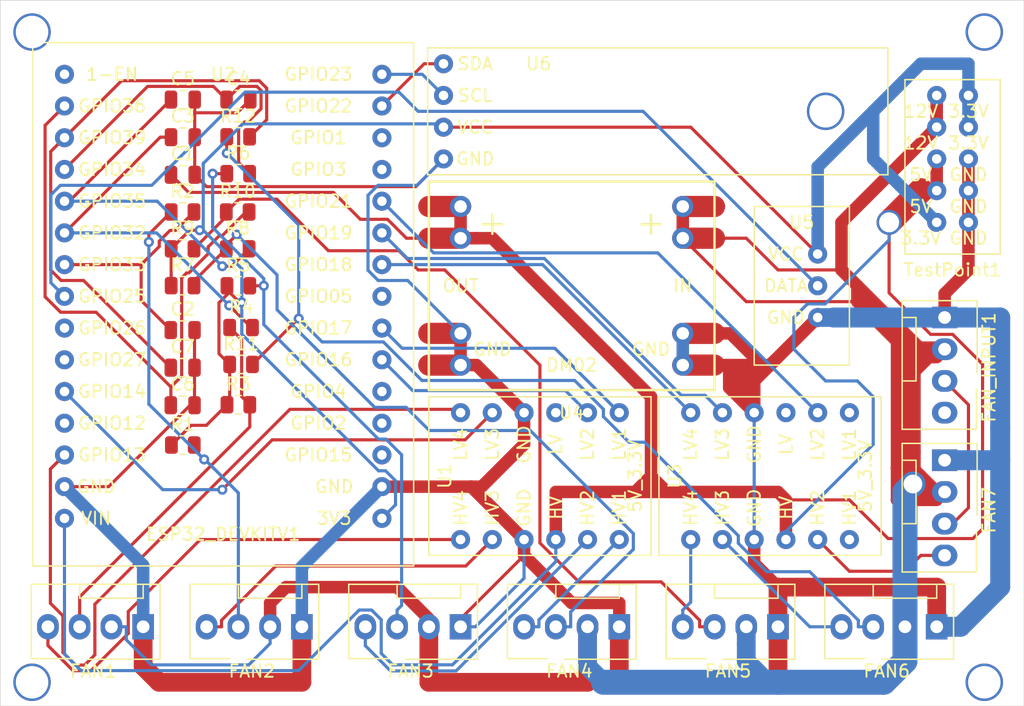
<source format=kicad_pcb>
(kicad_pcb (version 20171130) (host pcbnew "(5.1.10)-1")

  (general
    (thickness 1.6)
    (drawings 4)
    (tracks 502)
    (zones 0)
    (modules 34)
    (nets 35)
  )

  (page A4)
  (layers
    (0 F.Cu signal hide)
    (31 B.Cu signal)
    (32 B.Adhes user hide)
    (33 F.Adhes user hide)
    (34 B.Paste user hide)
    (35 F.Paste user hide)
    (36 B.SilkS user)
    (37 F.SilkS user)
    (38 B.Mask user hide)
    (39 F.Mask user hide)
    (40 Dwgs.User user hide)
    (41 Cmts.User user hide)
    (42 Eco1.User user hide)
    (43 Eco2.User user hide)
    (44 Edge.Cuts user)
    (45 Margin user hide)
    (46 B.CrtYd user hide)
    (47 F.CrtYd user hide)
    (48 B.Fab user hide)
    (49 F.Fab user hide)
  )

  (setup
    (last_trace_width 0.25)
    (trace_clearance 0.2)
    (zone_clearance 0.508)
    (zone_45_only no)
    (trace_min 0.2)
    (via_size 0.8)
    (via_drill 0.4)
    (via_min_size 0.4)
    (via_min_drill 0.3)
    (uvia_size 0.3)
    (uvia_drill 0.1)
    (uvias_allowed no)
    (uvia_min_size 0.2)
    (uvia_min_drill 0.1)
    (edge_width 0.05)
    (segment_width 0.2)
    (pcb_text_width 0.3)
    (pcb_text_size 1.5 1.5)
    (mod_edge_width 0.12)
    (mod_text_size 1 1)
    (mod_text_width 0.15)
    (pad_size 1.524 1.524)
    (pad_drill 0.762)
    (pad_to_mask_clearance 0)
    (aux_axis_origin 0 0)
    (visible_elements 7FFFFFFF)
    (pcbplotparams
      (layerselection 0x010fc_ffffffff)
      (usegerberextensions false)
      (usegerberattributes true)
      (usegerberadvancedattributes true)
      (creategerberjobfile true)
      (excludeedgelayer true)
      (linewidth 0.100000)
      (plotframeref false)
      (viasonmask false)
      (mode 1)
      (useauxorigin false)
      (hpglpennumber 1)
      (hpglpenspeed 20)
      (hpglpendiameter 15.000000)
      (psnegative false)
      (psa4output false)
      (plotreference true)
      (plotvalue true)
      (plotinvisibletext false)
      (padsonsilk false)
      (subtractmaskfromsilk false)
      (outputformat 1)
      (mirror false)
      (drillshape 0)
      (scaleselection 1)
      (outputdirectory "E:/KicadProject/FanPWMControl/FanPWMControl_Gerber_Out_v2/"))
  )

  (net 0 "")
  (net 1 GND)
  (net 2 +5V)
  (net 3 FAN_SPEED_INPUT2)
  (net 4 FAN_SPEED_INPUT1)
  (net 5 FAN_SPEED_INPUT3)
  (net 6 FAN_SPEED_INPUT4)
  (net 7 FAN_SPEED_INPUT5)
  (net 8 FAN_SPEED_INPUT6)
  (net 9 FAN_PWM_CONTROL1)
  (net 10 Tacho_OUTPUT1)
  (net 11 +12V)
  (net 12 FAN_PWM_CONTROL2)
  (net 13 Tacho_OUTPUT2)
  (net 14 FAN_PWM_CONTROL3)
  (net 15 Tacho_OUTPUT3)
  (net 16 FAN_PWM_CONTROL4)
  (net 17 Tacho_OUTPUT4)
  (net 18 FAN_PWM_CONTROL5)
  (net 19 Tacho_OUTPUT5)
  (net 20 FAN_PWM_CONTROL6)
  (net 21 Tacho_OUTPUT6)
  (net 22 FAN_PWM_CONTROL7)
  (net 23 Tacho_OUTPUT7)
  (net 24 +3V3)
  (net 25 PWM1_OUTPUT)
  (net 26 PWM2_OUTPUT)
  (net 27 PWM3_OUTPUT)
  (net 28 PWM4_OUTPUT)
  (net 29 OLED_SCL)
  (net 30 OLED_SDA)
  (net 31 PWM7_OUTPUT)
  (net 32 PWM6_OUTPUT)
  (net 33 PWM5_OUTPUT)
  (net 34 DHT11_DATA_LINE)

  (net_class Default "This is the default net class."
    (clearance 0.2)
    (trace_width 0.25)
    (via_dia 0.8)
    (via_drill 0.4)
    (uvia_dia 0.3)
    (uvia_drill 0.1)
    (add_net +12V)
    (add_net +3V3)
    (add_net +5V)
    (add_net DHT11_DATA_LINE)
    (add_net FAN_PWM_CONTROL1)
    (add_net FAN_PWM_CONTROL2)
    (add_net FAN_PWM_CONTROL3)
    (add_net FAN_PWM_CONTROL4)
    (add_net FAN_PWM_CONTROL5)
    (add_net FAN_PWM_CONTROL6)
    (add_net FAN_PWM_CONTROL7)
    (add_net FAN_SPEED_INPUT1)
    (add_net FAN_SPEED_INPUT2)
    (add_net FAN_SPEED_INPUT3)
    (add_net FAN_SPEED_INPUT4)
    (add_net FAN_SPEED_INPUT5)
    (add_net FAN_SPEED_INPUT6)
    (add_net GND)
    (add_net "Net-(FAN_INPUT1-Pad4)")
    (add_net "Net-(U2-Pad1)")
    (add_net "Net-(U2-Pad10)")
    (add_net "Net-(U2-Pad12)")
    (add_net "Net-(U2-Pad18)")
    (add_net "Net-(U2-Pad19)")
    (add_net "Net-(U2-Pad20)")
    (add_net "Net-(U2-Pad23)")
    (add_net "Net-(U2-Pad27)")
    (add_net "Net-(U2-Pad28)")
    (add_net "Net-(U2-Pad9)")
    (add_net "Net-(U3-Pad6)")
    (add_net "Net-(U3-Pad7)")
    (add_net OLED_SCL)
    (add_net OLED_SDA)
    (add_net PWM1_OUTPUT)
    (add_net PWM2_OUTPUT)
    (add_net PWM3_OUTPUT)
    (add_net PWM4_OUTPUT)
    (add_net PWM5_OUTPUT)
    (add_net PWM6_OUTPUT)
    (add_net PWM7_OUTPUT)
    (add_net Tacho_OUTPUT1)
    (add_net Tacho_OUTPUT2)
    (add_net Tacho_OUTPUT3)
    (add_net Tacho_OUTPUT4)
    (add_net Tacho_OUTPUT5)
    (add_net Tacho_OUTPUT6)
    (add_net Tacho_OUTPUT7)
  )

  (module FanPWMControlFooter:FanTestPoint (layer F.Cu) (tedit 60CEBC37) (tstamp 60CFF3B8)
    (at 87.63 54.61)
    (path /60CF5875)
    (fp_text reference TestPoint1 (at 3.81 16.51) (layer F.SilkS)
      (effects (font (size 1 1) (thickness 0.15)))
    )
    (fp_text value FanTestPoint (at 0 -1.27) (layer F.Fab)
      (effects (font (size 1 1) (thickness 0.15)))
    )
    (fp_text user 3.3V (at 5.08 6.35) (layer F.SilkS)
      (effects (font (size 1 1) (thickness 0.15)))
    )
    (fp_text user 3.3V (at 5.08 3.81) (layer F.SilkS)
      (effects (font (size 1 1) (thickness 0.15)))
    )
    (fp_text user 3.3V (at 1.27 13.97) (layer F.SilkS)
      (effects (font (size 1 1) (thickness 0.15)))
    )
    (fp_text user 5V (at 1.27 11.43) (layer F.SilkS)
      (effects (font (size 1 1) (thickness 0.15)))
    )
    (fp_text user 5V (at 1.27 8.89) (layer F.SilkS)
      (effects (font (size 1 1) (thickness 0.15)))
    )
    (fp_text user 12V (at 1.27 6.35) (layer F.SilkS)
      (effects (font (size 1 1) (thickness 0.15)))
    )
    (fp_text user 12V (at 1.27 3.81) (layer F.SilkS)
      (effects (font (size 1 1) (thickness 0.15)))
    )
    (fp_text user GND (at 5.08 13.97) (layer F.SilkS)
      (effects (font (size 1 1) (thickness 0.15)))
    )
    (fp_text user GND (at 5.08 11.43) (layer F.SilkS)
      (effects (font (size 1 1) (thickness 0.15)))
    )
    (fp_text user GND (at 5.08 8.89) (layer F.SilkS)
      (effects (font (size 1 1) (thickness 0.15)))
    )
    (fp_line (start 7.62 1.27) (end 0 1.27) (layer F.SilkS) (width 0.12))
    (fp_line (start 7.62 15.24) (end 7.62 1.27) (layer F.SilkS) (width 0.12))
    (fp_line (start 0 15.24) (end 7.62 15.24) (layer F.SilkS) (width 0.12))
    (fp_line (start 0 1.27) (end 0 15.24) (layer F.SilkS) (width 0.12))
    (pad 10 thru_hole circle (at 5.08 2.54) (size 1.524 1.524) (drill 0.762) (layers *.Cu *.Mask)
      (net 24 +3V3))
    (pad 9 thru_hole circle (at 5.08 5.08) (size 1.524 1.524) (drill 0.762) (layers *.Cu *.Mask)
      (net 24 +3V3))
    (pad 8 thru_hole circle (at 5.08 7.62) (size 1.524 1.524) (drill 0.762) (layers *.Cu *.Mask)
      (net 1 GND))
    (pad 7 thru_hole circle (at 5.08 10.16) (size 1.524 1.524) (drill 0.762) (layers *.Cu *.Mask)
      (net 1 GND))
    (pad 6 thru_hole circle (at 5.08 12.7) (size 1.524 1.524) (drill 0.762) (layers *.Cu *.Mask)
      (net 1 GND))
    (pad 5 thru_hole circle (at 2.54 12.7) (size 1.524 1.524) (drill 0.762) (layers *.Cu *.Mask)
      (net 24 +3V3))
    (pad 4 thru_hole circle (at 2.54 10.16) (size 1.524 1.524) (drill 0.762) (layers *.Cu *.Mask)
      (net 2 +5V))
    (pad 3 thru_hole circle (at 2.54 7.62) (size 1.524 1.524) (drill 0.762) (layers *.Cu *.Mask)
      (net 2 +5V))
    (pad 2 thru_hole circle (at 2.54 5.08) (size 1.524 1.524) (drill 0.762) (layers *.Cu *.Mask)
      (net 11 +12V))
    (pad 1 thru_hole circle (at 2.54 2.54) (size 1.524 1.524) (drill 0.762) (layers *.Cu *.Mask)
      (net 11 +12V))
  )

  (module Connector:FanPinHeader_1x04_P2.54mm_Vertical (layer F.Cu) (tedit 5A19DE55) (tstamp 60CE9AC0)
    (at 90.805 86.36 270)
    (descr "4-pin CPU fan Through hole pin header, e.g. for Wieson part number 2366C888-007 Molex 47053-1000, Foxconn HF27040-M1, Tyco 1470947-1 or equivalent, see http://www.formfactors.org/developer%5Cspecs%5Crev1_2_public.pdf")
    (tags "pin header 4-pin CPU fan")
    (path /612B4B0F)
    (fp_text reference FAN7 (at 4 -3.55 90) (layer F.SilkS)
      (effects (font (size 1 1) (thickness 0.15)))
    )
    (fp_text value Fan_4pin (at 4.05 4.35 90) (layer F.Fab)
      (effects (font (size 1 1) (thickness 0.15)))
    )
    (fp_text user %R (at 1.85 -1.75 90) (layer F.Fab)
      (effects (font (size 1 1) (thickness 0.15)))
    )
    (fp_line (start -1.35 -2.6) (end 4.4 -2.6) (layer F.SilkS) (width 0.12))
    (fp_line (start 5.75 -2.55) (end 8.95 -2.55) (layer F.SilkS) (width 0.12))
    (fp_line (start 8.95 -2.55) (end 8.95 3.4) (layer F.SilkS) (width 0.12))
    (fp_line (start 8.95 3.4) (end -1.35 3.4) (layer F.SilkS) (width 0.12))
    (fp_line (start -1.35 3.4) (end -1.35 -2.6) (layer F.SilkS) (width 0.12))
    (fp_line (start 5.1 3.3) (end 5.1 2.3) (layer F.Fab) (width 0.1))
    (fp_line (start 5.1 2.3) (end 0 2.3) (layer F.Fab) (width 0.1))
    (fp_line (start 0 2.3) (end 0 3.3) (layer F.Fab) (width 0.1))
    (fp_line (start 5.75 -2.5) (end 8.85 -2.5) (layer F.Fab) (width 0.1))
    (fp_line (start 8.85 -2.5) (end 8.85 3.3) (layer F.Fab) (width 0.1))
    (fp_line (start 8.85 3.3) (end -1.2 3.3) (layer F.Fab) (width 0.1))
    (fp_line (start -1.2 3.3) (end -1.25 3.3) (layer F.Fab) (width 0.1))
    (fp_line (start -1.25 3.3) (end -1.25 -2.5) (layer F.Fab) (width 0.1))
    (fp_line (start -1.25 -2.5) (end 4.4 -2.5) (layer F.Fab) (width 0.1))
    (fp_line (start 0 3.3) (end 0 2.29) (layer F.SilkS) (width 0.12))
    (fp_line (start 0 2.29) (end 5.08 2.29) (layer F.SilkS) (width 0.12))
    (fp_line (start 5.08 2.29) (end 5.08 3.3) (layer F.SilkS) (width 0.12))
    (fp_line (start -1.75 3.8) (end -1.75 -3.2) (layer F.CrtYd) (width 0.05))
    (fp_line (start -1.75 3.8) (end 9.35 3.8) (layer F.CrtYd) (width 0.05))
    (fp_line (start 9.35 -3.2) (end -1.75 -3.2) (layer F.CrtYd) (width 0.05))
    (fp_line (start 9.35 -3.2) (end 9.35 3.8) (layer F.CrtYd) (width 0.05))
    (pad "" np_thru_hole circle (at 5.08 -2.16) (size 1.1 1.1) (drill 1.1) (layers *.Cu *.Mask))
    (pad 4 thru_hole oval (at 7.62 0) (size 2.03 1.73) (drill 1.02) (layers *.Cu *.Mask)
      (net 22 FAN_PWM_CONTROL7))
    (pad 3 thru_hole oval (at 5.08 0) (size 2.03 1.73) (drill 1.02) (layers *.Cu *.Mask)
      (net 23 Tacho_OUTPUT7))
    (pad 2 thru_hole oval (at 2.54 0) (size 2.03 1.73) (drill 1.02) (layers *.Cu *.Mask)
      (net 11 +12V))
    (pad 1 thru_hole rect (at 0 0) (size 2.03 1.73) (drill 1.02) (layers *.Cu *.Mask)
      (net 1 GND))
    (model ${KISYS3DMOD}/Connector.3dshapes/FanPinHeader_1x04_P2.54mm_Vertical.wrl
      (at (xyz 0 0 0))
      (scale (xyz 1 1 1))
      (rotate (xyz 0 0 0))
    )
  )

  (module Connector:FanPinHeader_1x04_P2.54mm_Vertical (layer F.Cu) (tedit 5A19DE55) (tstamp 60CE83C3)
    (at 64.77 99.695 180)
    (descr "4-pin CPU fan Through hole pin header, e.g. for Wieson part number 2366C888-007 Molex 47053-1000, Foxconn HF27040-M1, Tyco 1470947-1 or equivalent, see http://www.formfactors.org/developer%5Cspecs%5Crev1_2_public.pdf")
    (tags "pin header 4-pin CPU fan")
    (path /612AB2BD)
    (fp_text reference FAN4 (at 4 -3.55) (layer F.SilkS)
      (effects (font (size 1 1) (thickness 0.15)))
    )
    (fp_text value Fan_4pin (at 4.05 4.35) (layer F.Fab)
      (effects (font (size 1 1) (thickness 0.15)))
    )
    (fp_text user %R (at 1.85 -1.75) (layer F.Fab)
      (effects (font (size 1 1) (thickness 0.15)))
    )
    (fp_line (start -1.35 -2.6) (end 4.4 -2.6) (layer F.SilkS) (width 0.12))
    (fp_line (start 5.75 -2.55) (end 8.95 -2.55) (layer F.SilkS) (width 0.12))
    (fp_line (start 8.95 -2.55) (end 8.95 3.4) (layer F.SilkS) (width 0.12))
    (fp_line (start 8.95 3.4) (end -1.35 3.4) (layer F.SilkS) (width 0.12))
    (fp_line (start -1.35 3.4) (end -1.35 -2.6) (layer F.SilkS) (width 0.12))
    (fp_line (start 5.1 3.3) (end 5.1 2.3) (layer F.Fab) (width 0.1))
    (fp_line (start 5.1 2.3) (end 0 2.3) (layer F.Fab) (width 0.1))
    (fp_line (start 0 2.3) (end 0 3.3) (layer F.Fab) (width 0.1))
    (fp_line (start 5.75 -2.5) (end 8.85 -2.5) (layer F.Fab) (width 0.1))
    (fp_line (start 8.85 -2.5) (end 8.85 3.3) (layer F.Fab) (width 0.1))
    (fp_line (start 8.85 3.3) (end -1.2 3.3) (layer F.Fab) (width 0.1))
    (fp_line (start -1.2 3.3) (end -1.25 3.3) (layer F.Fab) (width 0.1))
    (fp_line (start -1.25 3.3) (end -1.25 -2.5) (layer F.Fab) (width 0.1))
    (fp_line (start -1.25 -2.5) (end 4.4 -2.5) (layer F.Fab) (width 0.1))
    (fp_line (start 0 3.3) (end 0 2.29) (layer F.SilkS) (width 0.12))
    (fp_line (start 0 2.29) (end 5.08 2.29) (layer F.SilkS) (width 0.12))
    (fp_line (start 5.08 2.29) (end 5.08 3.3) (layer F.SilkS) (width 0.12))
    (fp_line (start -1.75 3.8) (end -1.75 -3.2) (layer F.CrtYd) (width 0.05))
    (fp_line (start -1.75 3.8) (end 9.35 3.8) (layer F.CrtYd) (width 0.05))
    (fp_line (start 9.35 -3.2) (end -1.75 -3.2) (layer F.CrtYd) (width 0.05))
    (fp_line (start 9.35 -3.2) (end 9.35 3.8) (layer F.CrtYd) (width 0.05))
    (pad "" np_thru_hole circle (at 5.08 -2.16 270) (size 1.1 1.1) (drill 1.1) (layers *.Cu *.Mask))
    (pad 4 thru_hole oval (at 7.62 0 270) (size 2.03 1.73) (drill 1.02) (layers *.Cu *.Mask)
      (net 16 FAN_PWM_CONTROL4))
    (pad 3 thru_hole oval (at 5.08 0 270) (size 2.03 1.73) (drill 1.02) (layers *.Cu *.Mask)
      (net 17 Tacho_OUTPUT4))
    (pad 2 thru_hole oval (at 2.54 0 270) (size 2.03 1.73) (drill 1.02) (layers *.Cu *.Mask)
      (net 11 +12V))
    (pad 1 thru_hole rect (at 0 0 270) (size 2.03 1.73) (drill 1.02) (layers *.Cu *.Mask)
      (net 1 GND))
    (model ${KISYS3DMOD}/Connector.3dshapes/FanPinHeader_1x04_P2.54mm_Vertical.wrl
      (at (xyz 0 0 0))
      (scale (xyz 1 1 1))
      (rotate (xyz 0 0 0))
    )
  )

  (module FanPWMControlFooter:0.91_OLED_Module (layer F.Cu) (tedit 60CE03FF) (tstamp 60CE88DD)
    (at 51.975 49.53)
    (path /61483212)
    (fp_text reference U6 (at 6.35 5.08) (layer F.SilkS)
      (effects (font (size 1 1) (thickness 0.15)))
    )
    (fp_text value 0.91_OLED_Module (at 0 -1.27) (layer F.Fab)
      (effects (font (size 1 1) (thickness 0.15)))
    )
    (fp_text user GND (at 1.27 12.7) (layer F.SilkS)
      (effects (font (size 1 1) (thickness 0.15)))
    )
    (fp_text user VCC (at 1.27 10.16) (layer F.SilkS)
      (effects (font (size 1 1) (thickness 0.15)))
    )
    (fp_text user SCL (at 1.27 7.62) (layer F.SilkS)
      (effects (font (size 1 1) (thickness 0.15)))
    )
    (fp_text user SDA (at 1.27 5.08) (layer F.SilkS)
      (effects (font (size 1 1) (thickness 0.15)))
    )
    (fp_line (start 34.29 3.81) (end 34.29 13.97) (layer F.SilkS) (width 0.12))
    (fp_line (start -2.54 3.81) (end 34.29 3.81) (layer F.SilkS) (width 0.12))
    (fp_line (start -2.54 13.97) (end 34.29 13.97) (layer F.SilkS) (width 0.12))
    (fp_line (start -2.54 3.81) (end -2.54 13.97) (layer F.SilkS) (width 0.12))
    (pad 4 thru_hole circle (at -1.27 12.7) (size 1.524 1.524) (drill 0.762) (layers *.Cu *.Mask)
      (net 1 GND))
    (pad 3 thru_hole circle (at -1.27 10.16) (size 1.524 1.524) (drill 0.762) (layers *.Cu *.Mask)
      (net 24 +3V3))
    (pad 2 thru_hole circle (at -1.27 7.62) (size 1.524 1.524) (drill 0.762) (layers *.Cu *.Mask)
      (net 29 OLED_SCL))
    (pad 1 thru_hole circle (at -1.27 5.08) (size 1.524 1.524) (drill 0.762) (layers *.Cu *.Mask)
      (net 30 OLED_SDA))
  )

  (module FanPWMControlFooter:DHT_Module (layer F.Cu) (tedit 60CDFEF2) (tstamp 60CE8945)
    (at 81.915 63.5)
    (path /6140E256)
    (fp_text reference U5 (at -2.54 3.81) (layer F.SilkS)
      (effects (font (size 1 1) (thickness 0.15)))
    )
    (fp_text value DHT11_Module (at 0 -1.27) (layer F.Fab)
      (effects (font (size 1 1) (thickness 0.15)))
    )
    (fp_text user GND (at -3.81 11.43) (layer F.SilkS)
      (effects (font (size 1 1) (thickness 0.15)))
    )
    (fp_text user DATA (at -3.81 8.89) (layer F.SilkS)
      (effects (font (size 1 1) (thickness 0.15)))
    )
    (fp_text user VCC (at -3.81 6.35) (layer F.SilkS)
      (effects (font (size 1 1) (thickness 0.15)))
    )
    (fp_line (start 1.27 2.54) (end -6.35 2.54) (layer F.SilkS) (width 0.12))
    (fp_line (start 1.27 15.24) (end 1.27 2.54) (layer F.SilkS) (width 0.12))
    (fp_line (start -6.35 15.24) (end 1.27 15.24) (layer F.SilkS) (width 0.12))
    (fp_line (start -6.35 2.54) (end -6.35 15.24) (layer F.SilkS) (width 0.12))
    (pad 3 thru_hole circle (at -1.27 11.43) (size 1.524 1.524) (drill 0.762) (layers *.Cu *.Mask)
      (net 1 GND))
    (pad 2 thru_hole circle (at -1.27 8.89) (size 1.524 1.524) (drill 0.762) (layers *.Cu *.Mask)
      (net 34 DHT11_DATA_LINE))
    (pad 1 thru_hole circle (at -1.27 6.35) (size 1.524 1.524) (drill 0.762) (layers *.Cu *.Mask)
      (net 24 +3V3))
  )

  (module FanPWMControlFooter:DM02 (layer F.Cu) (tedit 60CE00D2) (tstamp 60CE85B9)
    (at 52.07 66.04)
    (path /60CF60D9)
    (fp_text reference U4 (at 8.89 16.51) (layer F.SilkS)
      (effects (font (size 1 1) (thickness 0.15)))
    )
    (fp_text value DM02 (at 8.89 -3.81) (layer F.Fab)
      (effects (font (size 1 1) (thickness 0.15)))
    )
    (fp_text user GND (at 2.54 11.43) (layer F.SilkS)
      (effects (font (size 1 1) (thickness 0.15)))
    )
    (fp_text user GND (at 15.24 11.43) (layer F.SilkS)
      (effects (font (size 1 1) (thickness 0.15)))
    )
    (fp_text user + (at 2.54 1.27) (layer F.SilkS)
      (effects (font (size 2 2) (thickness 0.2)))
    )
    (fp_text user + (at 15.24 1.27) (layer F.SilkS)
      (effects (font (size 2 2) (thickness 0.2)))
    )
    (fp_text user OUT (at 0 6.35) (layer F.SilkS)
      (effects (font (size 1 1) (thickness 0.15)))
    )
    (fp_text user IN (at 17.78 6.35) (layer F.SilkS)
      (effects (font (size 1 1) (thickness 0.15)))
    )
    (fp_text user DM02 (at 8.89 12.7) (layer F.SilkS)
      (effects (font (size 1 1) (thickness 0.15)))
    )
    (fp_line (start 20.32 -2) (end -2.54 -2) (layer F.SilkS) (width 0.2))
    (fp_line (start 20.32 14.7) (end 20.32 -2) (layer F.SilkS) (width 0.2))
    (fp_line (start -2.54 14.7) (end 20.32 14.7) (layer F.SilkS) (width 0.2))
    (fp_line (start -2.54 -2) (end -2.54 14.7) (layer F.SilkS) (width 0.2))
    (pad 4 thru_hole circle (at 17.78 2.54 180) (size 1.7 1.7) (drill 1) (layers *.Cu *.Mask)
      (net 11 +12V))
    (pad 4 connect oval (at 17.78 2.54 180) (size 4.24 1.7) (drill (offset -1.27 0)) (layers F.Cu F.Mask)
      (net 11 +12V))
    (pad 4 thru_hole circle (at 17.78 0 180) (size 1.7 1.7) (drill 1) (layers *.Cu *.Mask)
      (net 11 +12V))
    (pad 4 connect oval (at 17.78 0 180) (size 4.24 1.7) (drill (offset -1.27 0)) (layers F.Cu F.Mask)
      (net 11 +12V))
    (pad 3 thru_hole circle (at 17.78 12.7 180) (size 1.7 1.7) (drill 1) (layers *.Cu *.Mask)
      (net 1 GND))
    (pad 3 connect oval (at 17.78 12.7 180) (size 4.24 1.7) (drill (offset -1.27 0)) (layers F.Cu F.Mask)
      (net 1 GND))
    (pad 3 thru_hole circle (at 17.78 10.16 180) (size 1.7 1.7) (drill 1) (layers *.Cu *.Mask)
      (net 1 GND))
    (pad 3 connect oval (at 17.78 10.16 180) (size 4.24 1.7) (drill (offset -1.27 0)) (layers F.Cu F.Mask)
      (net 1 GND))
    (pad 2 connect oval (at 0 12.7) (size 4.24 1.7) (drill (offset -1.27 0)) (layers F.Cu F.Mask)
      (net 1 GND))
    (pad 2 thru_hole circle (at 0 10.16) (size 1.7 1.7) (drill 1) (layers *.Cu *.Mask)
      (net 1 GND))
    (pad 2 thru_hole circle (at 0 12.7) (size 1.7 1.7) (drill 1) (layers *.Cu *.Mask)
      (net 1 GND))
    (pad 2 connect oval (at 0 10.16) (size 4.24 1.7) (drill (offset -1.27 0)) (layers F.Cu F.Mask)
      (net 1 GND))
    (pad 1 thru_hole circle (at 0 2.54) (size 1.7 1.7) (drill 1) (layers *.Cu *.Mask)
      (net 2 +5V))
    (pad 1 connect oval (at 0 2.54) (size 4.24 1.7) (drill (offset -1.27 0)) (layers F.Cu F.Mask)
      (net 2 +5V))
    (pad 1 connect oval (at 0 0) (size 4.24 1.7) (drill (offset -1.27 0)) (layers F.Cu F.Mask)
      (net 2 +5V))
    (pad 1 thru_hole circle (at 0 0) (size 1.7 1.7) (drill 1) (layers *.Cu *.Mask)
      (net 2 +5V))
  )

  (module FanPWMControlFooter:5V_3.3V_Coventer (layer F.Cu) (tedit 60CDE290) (tstamp 60CE9024)
    (at 69.215 88.9 90)
    (path /611D3197)
    (fp_text reference U3 (at 1.27 0 90) (layer F.SilkS)
      (effects (font (size 1 1) (thickness 0.15)))
    )
    (fp_text value 5V_3.3V_Coventer (at 1.27 -2.54 90) (layer F.Fab)
      (effects (font (size 1 1) (thickness 0.15)))
    )
    (fp_text user LV1 (at 3.81 13.97 90) (layer F.SilkS)
      (effects (font (size 1 1) (thickness 0.15)))
    )
    (fp_text user HV1 (at -1.27 13.97 90) (layer F.SilkS)
      (effects (font (size 1 1) (thickness 0.15)))
    )
    (fp_text user LV2 (at 3.81 11.43 90) (layer F.SilkS)
      (effects (font (size 1 1) (thickness 0.15)))
    )
    (fp_text user HV2 (at -1.27 11.43 90) (layer F.SilkS)
      (effects (font (size 1 1) (thickness 0.15)))
    )
    (fp_text user LV (at 3.81 8.89 90) (layer F.SilkS)
      (effects (font (size 1 1) (thickness 0.15)))
    )
    (fp_text user HV (at -1.27 8.89 90) (layer F.SilkS)
      (effects (font (size 1 1) (thickness 0.15)))
    )
    (fp_text user GND (at 3.81 6.35 90) (layer F.SilkS)
      (effects (font (size 1 1) (thickness 0.15)))
    )
    (fp_text user GND (at -1.27 6.35 90) (layer F.SilkS)
      (effects (font (size 1 1) (thickness 0.15)))
    )
    (fp_text user LV3 (at 3.81 3.81 90) (layer F.SilkS)
      (effects (font (size 1 1) (thickness 0.15)))
    )
    (fp_text user HV3 (at -1.27 3.81 90) (layer F.SilkS)
      (effects (font (size 1 1) (thickness 0.15)))
    )
    (fp_text user LV4 (at 3.81 1.27 90) (layer F.SilkS)
      (effects (font (size 1 1) (thickness 0.15)))
    )
    (fp_text user HV4 (at -1.27 1.27 90) (layer F.SilkS)
      (effects (font (size 1 1) (thickness 0.15)))
    )
    (fp_text user 5V_3.3V (at 1.27 15.24 90) (layer F.SilkS)
      (effects (font (size 1 1) (thickness 0.15)))
    )
    (fp_line (start -5.08 -1.27) (end -5.08 0) (layer F.SilkS) (width 0.12))
    (fp_line (start 7.62 -1.27) (end -5.08 -1.27) (layer F.SilkS) (width 0.12))
    (fp_line (start 7.62 0) (end 7.62 -1.27) (layer F.SilkS) (width 0.12))
    (fp_line (start 7.62 16.51) (end 7.62 0) (layer F.SilkS) (width 0.12))
    (fp_line (start -5.08 16.51) (end 7.62 16.51) (layer F.SilkS) (width 0.12))
    (fp_line (start -5.08 0) (end -5.08 16.51) (layer F.SilkS) (width 0.12))
    (pad 12 thru_hole circle (at 6.35 1.27 90) (size 1.524 1.524) (drill 0.762) (layers *.Cu *.Mask)
      (net 33 PWM5_OUTPUT))
    (pad 11 thru_hole circle (at 6.35 3.81 90) (size 1.524 1.524) (drill 0.762) (layers *.Cu *.Mask)
      (net 32 PWM6_OUTPUT))
    (pad 10 thru_hole circle (at 6.35 6.35 90) (size 1.524 1.524) (drill 0.762) (layers *.Cu *.Mask)
      (net 1 GND))
    (pad 9 thru_hole circle (at 6.35 8.89 90) (size 1.524 1.524) (drill 0.762) (layers *.Cu *.Mask)
      (net 24 +3V3))
    (pad 8 thru_hole circle (at 6.35 11.43 90) (size 1.524 1.524) (drill 0.762) (layers *.Cu *.Mask)
      (net 31 PWM7_OUTPUT))
    (pad 7 thru_hole circle (at 6.35 13.97 90) (size 1.524 1.524) (drill 0.762) (layers *.Cu *.Mask))
    (pad 6 thru_hole circle (at -3.81 13.97 90) (size 1.524 1.524) (drill 0.762) (layers *.Cu *.Mask))
    (pad 5 thru_hole circle (at -3.81 11.43 90) (size 1.524 1.524) (drill 0.762) (layers *.Cu *.Mask)
      (net 22 FAN_PWM_CONTROL7))
    (pad 4 thru_hole circle (at -3.81 8.89 90) (size 1.524 1.524) (drill 0.762) (layers *.Cu *.Mask)
      (net 2 +5V))
    (pad 3 thru_hole circle (at -3.81 6.35 90) (size 1.524 1.524) (drill 0.762) (layers *.Cu *.Mask)
      (net 1 GND))
    (pad 2 thru_hole circle (at -3.81 3.81 90) (size 1.524 1.524) (drill 0.762) (layers *.Cu *.Mask)
      (net 20 FAN_PWM_CONTROL6))
    (pad 1 thru_hole circle (at -3.81 1.27 90) (size 1.524 1.524) (drill 0.762) (layers *.Cu *.Mask)
      (net 18 FAN_PWM_CONTROL5))
  )

  (module FanPWMControlFooter:ESP32-DOIT-DEVKIT (layer F.Cu) (tedit 60CDEF9E) (tstamp 60CE92CA)
    (at 33.075 52.915)
    (path /60D0A24B)
    (fp_text reference U2 (at 0 2.54) (layer F.SilkS)
      (effects (font (size 1 1) (thickness 0.15)))
    )
    (fp_text value DOIT-ESP32-DEVKIT-V1 (at 0 -1.27) (layer F.Fab)
      (effects (font (size 1 1) (thickness 0.15)))
    )
    (fp_text user GND (at 8.89 35.56) (layer F.SilkS)
      (effects (font (size 1 1) (thickness 0.15)))
    )
    (fp_text user 1-EN (at -8.89 2.54) (layer F.SilkS)
      (effects (font (size 1 1) (thickness 0.15)))
    )
    (fp_text user GPIO36 (at -8.89 5.08) (layer F.SilkS)
      (effects (font (size 1 1) (thickness 0.15)))
    )
    (fp_text user GPIO39 (at -8.89 7.62) (layer F.SilkS)
      (effects (font (size 1 1) (thickness 0.15)))
    )
    (fp_text user GPIO34 (at -8.89 10.16) (layer F.SilkS)
      (effects (font (size 1 1) (thickness 0.15)))
    )
    (fp_text user GPIO35 (at -8.89 12.7) (layer F.SilkS)
      (effects (font (size 1 1) (thickness 0.15)))
    )
    (fp_text user GPIO32 (at -8.89 15.24) (layer F.SilkS)
      (effects (font (size 1 1) (thickness 0.15)))
    )
    (fp_text user GPIO33 (at -8.89 17.78) (layer F.SilkS)
      (effects (font (size 1 1) (thickness 0.15)))
    )
    (fp_text user GPIO25 (at -8.89 20.32) (layer F.SilkS)
      (effects (font (size 1 1) (thickness 0.15)))
    )
    (fp_text user GPIO26 (at -8.89 22.86) (layer F.SilkS)
      (effects (font (size 1 1) (thickness 0.15)))
    )
    (fp_text user GPIO27 (at -8.89 25.4) (layer F.SilkS)
      (effects (font (size 1 1) (thickness 0.15)))
    )
    (fp_text user GPIO14 (at -8.89 27.94) (layer F.SilkS)
      (effects (font (size 1 1) (thickness 0.15)))
    )
    (fp_text user GPIO12 (at -8.89 30.48) (layer F.SilkS)
      (effects (font (size 1 1) (thickness 0.15)))
    )
    (fp_text user GPIO13 (at -8.89 33.02) (layer F.SilkS)
      (effects (font (size 1 1) (thickness 0.15)))
    )
    (fp_text user GND (at -10.16 35.56) (layer F.SilkS)
      (effects (font (size 1 1) (thickness 0.15)))
    )
    (fp_text user VIN (at -10.16 38.1) (layer F.SilkS)
      (effects (font (size 1 1) (thickness 0.15)))
    )
    (fp_text user GPIO23 (at 7.62 2.54) (layer F.SilkS)
      (effects (font (size 1 1) (thickness 0.15)))
    )
    (fp_text user GPIO22 (at 7.62 5.08) (layer F.SilkS)
      (effects (font (size 1 1) (thickness 0.15)))
    )
    (fp_text user GPIO1 (at 7.62 7.62) (layer F.SilkS)
      (effects (font (size 1 1) (thickness 0.15)))
    )
    (fp_text user GPIO3 (at 7.62 10.16) (layer F.SilkS)
      (effects (font (size 1 1) (thickness 0.15)))
    )
    (fp_text user GPIO21 (at 7.62 12.7) (layer F.SilkS)
      (effects (font (size 1 1) (thickness 0.15)))
    )
    (fp_text user GPIO19 (at 7.62 15.24) (layer F.SilkS)
      (effects (font (size 1 1) (thickness 0.15)))
    )
    (fp_text user GPIO18 (at 7.62 17.78) (layer F.SilkS)
      (effects (font (size 1 1) (thickness 0.15)))
    )
    (fp_text user GPIO05 (at 7.62 20.32) (layer F.SilkS)
      (effects (font (size 1 1) (thickness 0.15)))
    )
    (fp_text user GPIO17 (at 7.62 22.86) (layer F.SilkS)
      (effects (font (size 1 1) (thickness 0.15)))
    )
    (fp_text user GPIO16 (at 7.62 25.4) (layer F.SilkS)
      (effects (font (size 1 1) (thickness 0.15)))
    )
    (fp_text user GPIO4 (at 7.62 27.94) (layer F.SilkS)
      (effects (font (size 1 1) (thickness 0.15)))
    )
    (fp_text user GPIO2 (at 7.62 30.48) (layer F.SilkS)
      (effects (font (size 1 1) (thickness 0.15)))
    )
    (fp_text user GPIO15 (at 7.62 33.02) (layer F.SilkS)
      (effects (font (size 1 1) (thickness 0.15)))
    )
    (fp_text user 3V3 (at 8.89 38.1) (layer F.SilkS)
      (effects (font (size 1 1) (thickness 0.15)))
    )
    (fp_text user ESP32_DEVKITV1 (at 0 39.37) (layer F.SilkS)
      (effects (font (size 1 1) (thickness 0.15)))
    )
    (fp_line (start -13.97 40.64) (end -13.97 1.27) (layer F.CrtYd) (width 0.15))
    (fp_line (start 13.97 1.27) (end 13.97 40.64) (layer F.CrtYd) (width 0.15))
    (fp_line (start -13.97 1.27) (end 13.97 1.27) (layer F.CrtYd) (width 0.15))
    (fp_line (start -15.24 0) (end 15.24 0) (layer F.SilkS) (width 0.12))
    (fp_line (start 15.24 0) (end 15.24 41.91) (layer F.SilkS) (width 0.12))
    (fp_line (start 15.24 41.91) (end -15.24 41.91) (layer F.SilkS) (width 0.12))
    (fp_line (start -15.24 41.91) (end -15.24 0) (layer F.SilkS) (width 0.12))
    (fp_line (start 13.97 40.64) (end -13.97 40.64) (layer F.CrtYd) (width 0.15))
    (pad 15 thru_hole circle (at -12.7 38.1) (size 1.524 1.524) (drill 0.762) (layers *.Cu *.Mask)
      (net 2 +5V))
    (pad 16 thru_hole circle (at 12.7 38.1) (size 1.524 1.524) (drill 0.762) (layers *.Cu *.Mask)
      (net 24 +3V3))
    (pad 14 thru_hole circle (at -12.7 35.56) (size 1.524 1.524) (drill 0.762) (layers *.Cu *.Mask)
      (net 1 GND))
    (pad 30 thru_hole circle (at 12.7 2.54) (size 1.524 1.524) (drill 0.762) (layers *.Cu *.Mask)
      (net 29 OLED_SCL))
    (pad 29 thru_hole circle (at 12.7 5.08) (size 1.524 1.524) (drill 0.762) (layers *.Cu *.Mask)
      (net 30 OLED_SDA))
    (pad 28 thru_hole circle (at 12.7 7.62) (size 1.524 1.524) (drill 0.762) (layers *.Cu *.Mask))
    (pad 27 thru_hole circle (at 12.7 10.16) (size 1.524 1.524) (drill 0.762) (layers *.Cu *.Mask))
    (pad 26 thru_hole circle (at 12.7 12.7) (size 1.524 1.524) (drill 0.762) (layers *.Cu *.Mask)
      (net 31 PWM7_OUTPUT))
    (pad 25 thru_hole circle (at 12.7 15.24) (size 1.524 1.524) (drill 0.762) (layers *.Cu *.Mask)
      (net 32 PWM6_OUTPUT))
    (pad 24 thru_hole circle (at 12.7 17.78 90) (size 1.524 1.524) (drill 0.762) (layers *.Cu *.Mask)
      (net 33 PWM5_OUTPUT))
    (pad 23 thru_hole circle (at 12.7 20.32) (size 1.524 1.524) (drill 0.762) (layers *.Cu *.Mask))
    (pad 22 thru_hole circle (at 12.7 22.86) (size 1.524 1.524) (drill 0.762) (layers *.Cu *.Mask)
      (net 28 PWM4_OUTPUT))
    (pad 21 thru_hole circle (at 12.7 25.4) (size 1.524 1.524) (drill 0.762) (layers *.Cu *.Mask)
      (net 27 PWM3_OUTPUT))
    (pad 20 thru_hole circle (at 12.7 27.94) (size 1.524 1.524) (drill 0.762) (layers *.Cu *.Mask))
    (pad 19 thru_hole circle (at 12.7 30.48) (size 1.524 1.524) (drill 0.762) (layers *.Cu *.Mask))
    (pad 18 thru_hole circle (at 12.7 33.02) (size 1.524 1.524) (drill 0.762) (layers *.Cu *.Mask))
    (pad 17 thru_hole circle (at 12.7 35.56) (size 1.524 1.524) (drill 0.762) (layers *.Cu *.Mask)
      (net 1 GND))
    (pad 13 thru_hole circle (at -12.7 33.02) (size 1.524 1.524) (drill 0.762) (layers *.Cu *.Mask)
      (net 25 PWM1_OUTPUT))
    (pad 12 thru_hole circle (at -12.7 30.48) (size 1.524 1.524) (drill 0.762) (layers *.Cu *.Mask))
    (pad 11 thru_hole circle (at -12.7 27.94) (size 1.524 1.524) (drill 0.762) (layers *.Cu *.Mask)
      (net 26 PWM2_OUTPUT))
    (pad 10 thru_hole circle (at -12.7 25.4) (size 1.524 1.524) (drill 0.762) (layers *.Cu *.Mask))
    (pad 9 thru_hole circle (at -12.7 22.86) (size 1.524 1.524) (drill 0.762) (layers *.Cu *.Mask))
    (pad 8 thru_hole circle (at -12.7 20.32) (size 1.524 1.524) (drill 0.762) (layers *.Cu *.Mask)
      (net 34 DHT11_DATA_LINE))
    (pad 7 thru_hole circle (at -12.7 17.78) (size 1.524 1.524) (drill 0.762) (layers *.Cu *.Mask)
      (net 3 FAN_SPEED_INPUT2))
    (pad 6 thru_hole circle (at -12.7 15.24) (size 1.524 1.524) (drill 0.762) (layers *.Cu *.Mask)
      (net 4 FAN_SPEED_INPUT1))
    (pad 5 thru_hole circle (at -12.7 12.7) (size 1.524 1.524) (drill 0.762) (layers *.Cu *.Mask)
      (net 6 FAN_SPEED_INPUT4))
    (pad 4 thru_hole circle (at -12.7 10.16) (size 1.524 1.524) (drill 0.762) (layers *.Cu *.Mask)
      (net 5 FAN_SPEED_INPUT3))
    (pad 3 thru_hole circle (at -12.7 7.62) (size 1.524 1.524) (drill 0.762) (layers *.Cu *.Mask)
      (net 8 FAN_SPEED_INPUT6))
    (pad 2 thru_hole circle (at -12.7 5.08) (size 1.524 1.524) (drill 0.762) (layers *.Cu *.Mask)
      (net 7 FAN_SPEED_INPUT5))
    (pad 1 thru_hole circle (at -12.7 2.54) (size 1.524 1.524) (drill 0.762) (layers *.Cu *.Mask))
  )

  (module FanPWMControlFooter:5V_3.3V_Coventer (layer F.Cu) (tedit 60CDE290) (tstamp 60CE852E)
    (at 50.8 88.9 90)
    (path /60E1911C)
    (fp_text reference U1 (at 1.27 0 90) (layer F.SilkS)
      (effects (font (size 1 1) (thickness 0.15)))
    )
    (fp_text value 5V_3.3V_Coventer (at 1.27 -2.54 90) (layer F.Fab)
      (effects (font (size 1 1) (thickness 0.15)))
    )
    (fp_text user LV1 (at 3.81 13.97 90) (layer F.SilkS)
      (effects (font (size 1 1) (thickness 0.15)))
    )
    (fp_text user HV1 (at -1.27 13.97 90) (layer F.SilkS)
      (effects (font (size 1 1) (thickness 0.15)))
    )
    (fp_text user LV2 (at 3.81 11.43 90) (layer F.SilkS)
      (effects (font (size 1 1) (thickness 0.15)))
    )
    (fp_text user HV2 (at -1.27 11.43 90) (layer F.SilkS)
      (effects (font (size 1 1) (thickness 0.15)))
    )
    (fp_text user LV (at 3.81 8.89 90) (layer F.SilkS)
      (effects (font (size 1 1) (thickness 0.15)))
    )
    (fp_text user HV (at -1.27 8.89 90) (layer F.SilkS)
      (effects (font (size 1 1) (thickness 0.15)))
    )
    (fp_text user GND (at 3.81 6.35 90) (layer F.SilkS)
      (effects (font (size 1 1) (thickness 0.15)))
    )
    (fp_text user GND (at -1.27 6.35 90) (layer F.SilkS)
      (effects (font (size 1 1) (thickness 0.15)))
    )
    (fp_text user LV3 (at 3.81 3.81 90) (layer F.SilkS)
      (effects (font (size 1 1) (thickness 0.15)))
    )
    (fp_text user HV3 (at -1.27 3.81 90) (layer F.SilkS)
      (effects (font (size 1 1) (thickness 0.15)))
    )
    (fp_text user LV4 (at 3.81 1.27 90) (layer F.SilkS)
      (effects (font (size 1 1) (thickness 0.15)))
    )
    (fp_text user HV4 (at -1.27 1.27 90) (layer F.SilkS)
      (effects (font (size 1 1) (thickness 0.15)))
    )
    (fp_text user 5V_3.3V (at 1.27 15.24 90) (layer F.SilkS)
      (effects (font (size 1 1) (thickness 0.15)))
    )
    (fp_line (start -5.08 -1.27) (end -5.08 0) (layer F.SilkS) (width 0.12))
    (fp_line (start 7.62 -1.27) (end -5.08 -1.27) (layer F.SilkS) (width 0.12))
    (fp_line (start 7.62 0) (end 7.62 -1.27) (layer F.SilkS) (width 0.12))
    (fp_line (start 7.62 16.51) (end 7.62 0) (layer F.SilkS) (width 0.12))
    (fp_line (start -5.08 16.51) (end 7.62 16.51) (layer F.SilkS) (width 0.12))
    (fp_line (start -5.08 0) (end -5.08 16.51) (layer F.SilkS) (width 0.12))
    (pad 12 thru_hole circle (at 6.35 1.27 90) (size 1.524 1.524) (drill 0.762) (layers *.Cu *.Mask)
      (net 25 PWM1_OUTPUT))
    (pad 11 thru_hole circle (at 6.35 3.81 90) (size 1.524 1.524) (drill 0.762) (layers *.Cu *.Mask)
      (net 26 PWM2_OUTPUT))
    (pad 10 thru_hole circle (at 6.35 6.35 90) (size 1.524 1.524) (drill 0.762) (layers *.Cu *.Mask)
      (net 1 GND))
    (pad 9 thru_hole circle (at 6.35 8.89 90) (size 1.524 1.524) (drill 0.762) (layers *.Cu *.Mask)
      (net 24 +3V3))
    (pad 8 thru_hole circle (at 6.35 11.43 90) (size 1.524 1.524) (drill 0.762) (layers *.Cu *.Mask)
      (net 27 PWM3_OUTPUT))
    (pad 7 thru_hole circle (at 6.35 13.97 90) (size 1.524 1.524) (drill 0.762) (layers *.Cu *.Mask)
      (net 28 PWM4_OUTPUT))
    (pad 6 thru_hole circle (at -3.81 13.97 90) (size 1.524 1.524) (drill 0.762) (layers *.Cu *.Mask)
      (net 16 FAN_PWM_CONTROL4))
    (pad 5 thru_hole circle (at -3.81 11.43 90) (size 1.524 1.524) (drill 0.762) (layers *.Cu *.Mask)
      (net 14 FAN_PWM_CONTROL3))
    (pad 4 thru_hole circle (at -3.81 8.89 90) (size 1.524 1.524) (drill 0.762) (layers *.Cu *.Mask)
      (net 2 +5V))
    (pad 3 thru_hole circle (at -3.81 6.35 90) (size 1.524 1.524) (drill 0.762) (layers *.Cu *.Mask)
      (net 1 GND))
    (pad 2 thru_hole circle (at -3.81 3.81 90) (size 1.524 1.524) (drill 0.762) (layers *.Cu *.Mask)
      (net 12 FAN_PWM_CONTROL2))
    (pad 1 thru_hole circle (at -3.81 1.27 90) (size 1.524 1.524) (drill 0.762) (layers *.Cu *.Mask)
      (net 9 FAN_PWM_CONTROL1))
  )

  (module Resistor_SMD:R_0805_2012Metric (layer F.Cu) (tedit 5F68FEEE) (tstamp 60CE8BE5)
    (at 34.275 60.46)
    (descr "Resistor SMD 0805 (2012 Metric), square (rectangular) end terminal, IPC_7351 nominal, (Body size source: IPC-SM-782 page 72, https://www.pcb-3d.com/wordpress/wp-content/uploads/ipc-sm-782a_amendment_1_and_2.pdf), generated with kicad-footprint-generator")
    (tags resistor)
    (path /6123D492)
    (attr smd)
    (fp_text reference R12 (at 0 -1.65) (layer F.SilkS)
      (effects (font (size 1 1) (thickness 0.15)))
    )
    (fp_text value 3.3K (at 0 1.65) (layer F.Fab)
      (effects (font (size 1 1) (thickness 0.15)))
    )
    (fp_text user %R (at 0 0) (layer F.Fab)
      (effects (font (size 0.5 0.5) (thickness 0.08)))
    )
    (fp_line (start -1 0.625) (end -1 -0.625) (layer F.Fab) (width 0.1))
    (fp_line (start -1 -0.625) (end 1 -0.625) (layer F.Fab) (width 0.1))
    (fp_line (start 1 -0.625) (end 1 0.625) (layer F.Fab) (width 0.1))
    (fp_line (start 1 0.625) (end -1 0.625) (layer F.Fab) (width 0.1))
    (fp_line (start -0.227064 -0.735) (end 0.227064 -0.735) (layer F.SilkS) (width 0.12))
    (fp_line (start -0.227064 0.735) (end 0.227064 0.735) (layer F.SilkS) (width 0.12))
    (fp_line (start -1.68 0.95) (end -1.68 -0.95) (layer F.CrtYd) (width 0.05))
    (fp_line (start -1.68 -0.95) (end 1.68 -0.95) (layer F.CrtYd) (width 0.05))
    (fp_line (start 1.68 -0.95) (end 1.68 0.95) (layer F.CrtYd) (width 0.05))
    (fp_line (start 1.68 0.95) (end -1.68 0.95) (layer F.CrtYd) (width 0.05))
    (pad 2 smd roundrect (at 0.9125 0) (size 1.025 1.4) (layers F.Cu F.Paste F.Mask) (roundrect_rratio 0.2439014634146341)
      (net 8 FAN_SPEED_INPUT6))
    (pad 1 smd roundrect (at -0.9125 0) (size 1.025 1.4) (layers F.Cu F.Paste F.Mask) (roundrect_rratio 0.2439014634146341)
      (net 21 Tacho_OUTPUT6))
    (model ${KISYS3DMOD}/Resistor_SMD.3dshapes/R_0805_2012Metric.wrl
      (at (xyz 0 0 0))
      (scale (xyz 1 1 1))
      (rotate (xyz 0 0 0))
    )
  )

  (module Resistor_SMD:R_0805_2012Metric (layer F.Cu) (tedit 5F68FEEE) (tstamp 60CE84FA)
    (at 34.505 78.685)
    (descr "Resistor SMD 0805 (2012 Metric), square (rectangular) end terminal, IPC_7351 nominal, (Body size source: IPC-SM-782 page 72, https://www.pcb-3d.com/wordpress/wp-content/uploads/ipc-sm-782a_amendment_1_and_2.pdf), generated with kicad-footprint-generator")
    (tags resistor)
    (path /6123D49E)
    (attr smd)
    (fp_text reference R11 (at 0 -1.65) (layer F.SilkS)
      (effects (font (size 1 1) (thickness 0.15)))
    )
    (fp_text value 10K (at 0 1.65) (layer F.Fab)
      (effects (font (size 1 1) (thickness 0.15)))
    )
    (fp_text user %R (at 0 0) (layer F.Fab)
      (effects (font (size 0.5 0.5) (thickness 0.08)))
    )
    (fp_line (start -1 0.625) (end -1 -0.625) (layer F.Fab) (width 0.1))
    (fp_line (start -1 -0.625) (end 1 -0.625) (layer F.Fab) (width 0.1))
    (fp_line (start 1 -0.625) (end 1 0.625) (layer F.Fab) (width 0.1))
    (fp_line (start 1 0.625) (end -1 0.625) (layer F.Fab) (width 0.1))
    (fp_line (start -0.227064 -0.735) (end 0.227064 -0.735) (layer F.SilkS) (width 0.12))
    (fp_line (start -0.227064 0.735) (end 0.227064 0.735) (layer F.SilkS) (width 0.12))
    (fp_line (start -1.68 0.95) (end -1.68 -0.95) (layer F.CrtYd) (width 0.05))
    (fp_line (start -1.68 -0.95) (end 1.68 -0.95) (layer F.CrtYd) (width 0.05))
    (fp_line (start 1.68 -0.95) (end 1.68 0.95) (layer F.CrtYd) (width 0.05))
    (fp_line (start 1.68 0.95) (end -1.68 0.95) (layer F.CrtYd) (width 0.05))
    (pad 2 smd roundrect (at 0.9125 0) (size 1.025 1.4) (layers F.Cu F.Paste F.Mask) (roundrect_rratio 0.2439014634146341)
      (net 21 Tacho_OUTPUT6))
    (pad 1 smd roundrect (at -0.9125 0) (size 1.025 1.4) (layers F.Cu F.Paste F.Mask) (roundrect_rratio 0.2439014634146341)
      (net 24 +3V3))
    (model ${KISYS3DMOD}/Resistor_SMD.3dshapes/R_0805_2012Metric.wrl
      (at (xyz 0 0 0))
      (scale (xyz 1 1 1))
      (rotate (xyz 0 0 0))
    )
  )

  (module Resistor_SMD:R_0805_2012Metric (layer F.Cu) (tedit 5F68FEEE) (tstamp 60CE8C15)
    (at 34.235 66.48)
    (descr "Resistor SMD 0805 (2012 Metric), square (rectangular) end terminal, IPC_7351 nominal, (Body size source: IPC-SM-782 page 72, https://www.pcb-3d.com/wordpress/wp-content/uploads/ipc-sm-782a_amendment_1_and_2.pdf), generated with kicad-footprint-generator")
    (tags resistor)
    (path /6123B792)
    (attr smd)
    (fp_text reference R10 (at 0 -1.65) (layer F.SilkS)
      (effects (font (size 1 1) (thickness 0.15)))
    )
    (fp_text value 3.3K (at 0 1.65) (layer F.Fab)
      (effects (font (size 1 1) (thickness 0.15)))
    )
    (fp_text user %R (at 0 0) (layer F.Fab)
      (effects (font (size 0.5 0.5) (thickness 0.08)))
    )
    (fp_line (start -1 0.625) (end -1 -0.625) (layer F.Fab) (width 0.1))
    (fp_line (start -1 -0.625) (end 1 -0.625) (layer F.Fab) (width 0.1))
    (fp_line (start 1 -0.625) (end 1 0.625) (layer F.Fab) (width 0.1))
    (fp_line (start 1 0.625) (end -1 0.625) (layer F.Fab) (width 0.1))
    (fp_line (start -0.227064 -0.735) (end 0.227064 -0.735) (layer F.SilkS) (width 0.12))
    (fp_line (start -0.227064 0.735) (end 0.227064 0.735) (layer F.SilkS) (width 0.12))
    (fp_line (start -1.68 0.95) (end -1.68 -0.95) (layer F.CrtYd) (width 0.05))
    (fp_line (start -1.68 -0.95) (end 1.68 -0.95) (layer F.CrtYd) (width 0.05))
    (fp_line (start 1.68 -0.95) (end 1.68 0.95) (layer F.CrtYd) (width 0.05))
    (fp_line (start 1.68 0.95) (end -1.68 0.95) (layer F.CrtYd) (width 0.05))
    (pad 2 smd roundrect (at 0.9125 0) (size 1.025 1.4) (layers F.Cu F.Paste F.Mask) (roundrect_rratio 0.2439014634146341)
      (net 7 FAN_SPEED_INPUT5))
    (pad 1 smd roundrect (at -0.9125 0) (size 1.025 1.4) (layers F.Cu F.Paste F.Mask) (roundrect_rratio 0.2439014634146341)
      (net 19 Tacho_OUTPUT5))
    (model ${KISYS3DMOD}/Resistor_SMD.3dshapes/R_0805_2012Metric.wrl
      (at (xyz 0 0 0))
      (scale (xyz 1 1 1))
      (rotate (xyz 0 0 0))
    )
  )

  (module Resistor_SMD:R_0805_2012Metric (layer F.Cu) (tedit 5F68FEEE) (tstamp 60CE8B4F)
    (at 29.825 69.43)
    (descr "Resistor SMD 0805 (2012 Metric), square (rectangular) end terminal, IPC_7351 nominal, (Body size source: IPC-SM-782 page 72, https://www.pcb-3d.com/wordpress/wp-content/uploads/ipc-sm-782a_amendment_1_and_2.pdf), generated with kicad-footprint-generator")
    (tags resistor)
    (path /6123B79E)
    (attr smd)
    (fp_text reference R9 (at 0 -1.65) (layer F.SilkS)
      (effects (font (size 1 1) (thickness 0.15)))
    )
    (fp_text value 10K (at 0 1.65) (layer F.Fab)
      (effects (font (size 1 1) (thickness 0.15)))
    )
    (fp_text user %R (at 0 0) (layer F.Fab)
      (effects (font (size 0.5 0.5) (thickness 0.08)))
    )
    (fp_line (start -1 0.625) (end -1 -0.625) (layer F.Fab) (width 0.1))
    (fp_line (start -1 -0.625) (end 1 -0.625) (layer F.Fab) (width 0.1))
    (fp_line (start 1 -0.625) (end 1 0.625) (layer F.Fab) (width 0.1))
    (fp_line (start 1 0.625) (end -1 0.625) (layer F.Fab) (width 0.1))
    (fp_line (start -0.227064 -0.735) (end 0.227064 -0.735) (layer F.SilkS) (width 0.12))
    (fp_line (start -0.227064 0.735) (end 0.227064 0.735) (layer F.SilkS) (width 0.12))
    (fp_line (start -1.68 0.95) (end -1.68 -0.95) (layer F.CrtYd) (width 0.05))
    (fp_line (start -1.68 -0.95) (end 1.68 -0.95) (layer F.CrtYd) (width 0.05))
    (fp_line (start 1.68 -0.95) (end 1.68 0.95) (layer F.CrtYd) (width 0.05))
    (fp_line (start 1.68 0.95) (end -1.68 0.95) (layer F.CrtYd) (width 0.05))
    (pad 2 smd roundrect (at 0.9125 0) (size 1.025 1.4) (layers F.Cu F.Paste F.Mask) (roundrect_rratio 0.2439014634146341)
      (net 19 Tacho_OUTPUT5))
    (pad 1 smd roundrect (at -0.9125 0) (size 1.025 1.4) (layers F.Cu F.Paste F.Mask) (roundrect_rratio 0.2439014634146341)
      (net 24 +3V3))
    (model ${KISYS3DMOD}/Resistor_SMD.3dshapes/R_0805_2012Metric.wrl
      (at (xyz 0 0 0))
      (scale (xyz 1 1 1))
      (rotate (xyz 0 0 0))
    )
  )

  (module Resistor_SMD:R_0805_2012Metric (layer F.Cu) (tedit 5F68FEEE) (tstamp 60CE8CD5)
    (at 34.235 69.43)
    (descr "Resistor SMD 0805 (2012 Metric), square (rectangular) end terminal, IPC_7351 nominal, (Body size source: IPC-SM-782 page 72, https://www.pcb-3d.com/wordpress/wp-content/uploads/ipc-sm-782a_amendment_1_and_2.pdf), generated with kicad-footprint-generator")
    (tags resistor)
    (path /61239E10)
    (attr smd)
    (fp_text reference R8 (at 0 -1.65) (layer F.SilkS)
      (effects (font (size 1 1) (thickness 0.15)))
    )
    (fp_text value 3.3K (at 0 1.65) (layer F.Fab)
      (effects (font (size 1 1) (thickness 0.15)))
    )
    (fp_text user %R (at 0 0) (layer F.Fab)
      (effects (font (size 0.5 0.5) (thickness 0.08)))
    )
    (fp_line (start -1 0.625) (end -1 -0.625) (layer F.Fab) (width 0.1))
    (fp_line (start -1 -0.625) (end 1 -0.625) (layer F.Fab) (width 0.1))
    (fp_line (start 1 -0.625) (end 1 0.625) (layer F.Fab) (width 0.1))
    (fp_line (start 1 0.625) (end -1 0.625) (layer F.Fab) (width 0.1))
    (fp_line (start -0.227064 -0.735) (end 0.227064 -0.735) (layer F.SilkS) (width 0.12))
    (fp_line (start -0.227064 0.735) (end 0.227064 0.735) (layer F.SilkS) (width 0.12))
    (fp_line (start -1.68 0.95) (end -1.68 -0.95) (layer F.CrtYd) (width 0.05))
    (fp_line (start -1.68 -0.95) (end 1.68 -0.95) (layer F.CrtYd) (width 0.05))
    (fp_line (start 1.68 -0.95) (end 1.68 0.95) (layer F.CrtYd) (width 0.05))
    (fp_line (start 1.68 0.95) (end -1.68 0.95) (layer F.CrtYd) (width 0.05))
    (pad 2 smd roundrect (at 0.9125 0) (size 1.025 1.4) (layers F.Cu F.Paste F.Mask) (roundrect_rratio 0.2439014634146341)
      (net 6 FAN_SPEED_INPUT4))
    (pad 1 smd roundrect (at -0.9125 0) (size 1.025 1.4) (layers F.Cu F.Paste F.Mask) (roundrect_rratio 0.2439014634146341)
      (net 17 Tacho_OUTPUT4))
    (model ${KISYS3DMOD}/Resistor_SMD.3dshapes/R_0805_2012Metric.wrl
      (at (xyz 0 0 0))
      (scale (xyz 1 1 1))
      (rotate (xyz 0 0 0))
    )
  )

  (module Resistor_SMD:R_0805_2012Metric (layer F.Cu) (tedit 5F68FEEE) (tstamp 60CE8C45)
    (at 29.825 72.38)
    (descr "Resistor SMD 0805 (2012 Metric), square (rectangular) end terminal, IPC_7351 nominal, (Body size source: IPC-SM-782 page 72, https://www.pcb-3d.com/wordpress/wp-content/uploads/ipc-sm-782a_amendment_1_and_2.pdf), generated with kicad-footprint-generator")
    (tags resistor)
    (path /61239E1C)
    (attr smd)
    (fp_text reference R7 (at 0 -1.65) (layer F.SilkS)
      (effects (font (size 1 1) (thickness 0.15)))
    )
    (fp_text value 10K (at 0 1.65) (layer F.Fab)
      (effects (font (size 1 1) (thickness 0.15)))
    )
    (fp_text user %R (at 0 0) (layer F.Fab)
      (effects (font (size 0.5 0.5) (thickness 0.08)))
    )
    (fp_line (start -1 0.625) (end -1 -0.625) (layer F.Fab) (width 0.1))
    (fp_line (start -1 -0.625) (end 1 -0.625) (layer F.Fab) (width 0.1))
    (fp_line (start 1 -0.625) (end 1 0.625) (layer F.Fab) (width 0.1))
    (fp_line (start 1 0.625) (end -1 0.625) (layer F.Fab) (width 0.1))
    (fp_line (start -0.227064 -0.735) (end 0.227064 -0.735) (layer F.SilkS) (width 0.12))
    (fp_line (start -0.227064 0.735) (end 0.227064 0.735) (layer F.SilkS) (width 0.12))
    (fp_line (start -1.68 0.95) (end -1.68 -0.95) (layer F.CrtYd) (width 0.05))
    (fp_line (start -1.68 -0.95) (end 1.68 -0.95) (layer F.CrtYd) (width 0.05))
    (fp_line (start 1.68 -0.95) (end 1.68 0.95) (layer F.CrtYd) (width 0.05))
    (fp_line (start 1.68 0.95) (end -1.68 0.95) (layer F.CrtYd) (width 0.05))
    (pad 2 smd roundrect (at 0.9125 0) (size 1.025 1.4) (layers F.Cu F.Paste F.Mask) (roundrect_rratio 0.2439014634146341)
      (net 17 Tacho_OUTPUT4))
    (pad 1 smd roundrect (at -0.9125 0) (size 1.025 1.4) (layers F.Cu F.Paste F.Mask) (roundrect_rratio 0.2439014634146341)
      (net 24 +3V3))
    (model ${KISYS3DMOD}/Resistor_SMD.3dshapes/R_0805_2012Metric.wrl
      (at (xyz 0 0 0))
      (scale (xyz 1 1 1))
      (rotate (xyz 0 0 0))
    )
  )

  (module Resistor_SMD:R_0805_2012Metric (layer F.Cu) (tedit 5F68FEEE) (tstamp 60CE8D05)
    (at 34.275 63.41)
    (descr "Resistor SMD 0805 (2012 Metric), square (rectangular) end terminal, IPC_7351 nominal, (Body size source: IPC-SM-782 page 72, https://www.pcb-3d.com/wordpress/wp-content/uploads/ipc-sm-782a_amendment_1_and_2.pdf), generated with kicad-footprint-generator")
    (tags resistor)
    (path /61237AC3)
    (attr smd)
    (fp_text reference R6 (at 0 -1.65) (layer F.SilkS)
      (effects (font (size 1 1) (thickness 0.15)))
    )
    (fp_text value 3.3K (at 0 1.65) (layer F.Fab)
      (effects (font (size 1 1) (thickness 0.15)))
    )
    (fp_text user %R (at 0 0) (layer F.Fab)
      (effects (font (size 0.5 0.5) (thickness 0.08)))
    )
    (fp_line (start -1 0.625) (end -1 -0.625) (layer F.Fab) (width 0.1))
    (fp_line (start -1 -0.625) (end 1 -0.625) (layer F.Fab) (width 0.1))
    (fp_line (start 1 -0.625) (end 1 0.625) (layer F.Fab) (width 0.1))
    (fp_line (start 1 0.625) (end -1 0.625) (layer F.Fab) (width 0.1))
    (fp_line (start -0.227064 -0.735) (end 0.227064 -0.735) (layer F.SilkS) (width 0.12))
    (fp_line (start -0.227064 0.735) (end 0.227064 0.735) (layer F.SilkS) (width 0.12))
    (fp_line (start -1.68 0.95) (end -1.68 -0.95) (layer F.CrtYd) (width 0.05))
    (fp_line (start -1.68 -0.95) (end 1.68 -0.95) (layer F.CrtYd) (width 0.05))
    (fp_line (start 1.68 -0.95) (end 1.68 0.95) (layer F.CrtYd) (width 0.05))
    (fp_line (start 1.68 0.95) (end -1.68 0.95) (layer F.CrtYd) (width 0.05))
    (pad 2 smd roundrect (at 0.9125 0) (size 1.025 1.4) (layers F.Cu F.Paste F.Mask) (roundrect_rratio 0.2439014634146341)
      (net 5 FAN_SPEED_INPUT3))
    (pad 1 smd roundrect (at -0.9125 0) (size 1.025 1.4) (layers F.Cu F.Paste F.Mask) (roundrect_rratio 0.2439014634146341)
      (net 15 Tacho_OUTPUT3))
    (model ${KISYS3DMOD}/Resistor_SMD.3dshapes/R_0805_2012Metric.wrl
      (at (xyz 0 0 0))
      (scale (xyz 1 1 1))
      (rotate (xyz 0 0 0))
    )
  )

  (module Resistor_SMD:R_0805_2012Metric (layer F.Cu) (tedit 5F68FEEE) (tstamp 60CE976D)
    (at 34.29 72.39)
    (descr "Resistor SMD 0805 (2012 Metric), square (rectangular) end terminal, IPC_7351 nominal, (Body size source: IPC-SM-782 page 72, https://www.pcb-3d.com/wordpress/wp-content/uploads/ipc-sm-782a_amendment_1_and_2.pdf), generated with kicad-footprint-generator")
    (tags resistor)
    (path /61237ACF)
    (attr smd)
    (fp_text reference R5 (at 0 -1.65) (layer F.SilkS)
      (effects (font (size 1 1) (thickness 0.15)))
    )
    (fp_text value 10K (at 0 1.65) (layer F.Fab)
      (effects (font (size 1 1) (thickness 0.15)))
    )
    (fp_text user %R (at 0 0) (layer F.Fab)
      (effects (font (size 0.5 0.5) (thickness 0.08)))
    )
    (fp_line (start -1 0.625) (end -1 -0.625) (layer F.Fab) (width 0.1))
    (fp_line (start -1 -0.625) (end 1 -0.625) (layer F.Fab) (width 0.1))
    (fp_line (start 1 -0.625) (end 1 0.625) (layer F.Fab) (width 0.1))
    (fp_line (start 1 0.625) (end -1 0.625) (layer F.Fab) (width 0.1))
    (fp_line (start -0.227064 -0.735) (end 0.227064 -0.735) (layer F.SilkS) (width 0.12))
    (fp_line (start -0.227064 0.735) (end 0.227064 0.735) (layer F.SilkS) (width 0.12))
    (fp_line (start -1.68 0.95) (end -1.68 -0.95) (layer F.CrtYd) (width 0.05))
    (fp_line (start -1.68 -0.95) (end 1.68 -0.95) (layer F.CrtYd) (width 0.05))
    (fp_line (start 1.68 -0.95) (end 1.68 0.95) (layer F.CrtYd) (width 0.05))
    (fp_line (start 1.68 0.95) (end -1.68 0.95) (layer F.CrtYd) (width 0.05))
    (pad 2 smd roundrect (at 0.9125 0) (size 1.025 1.4) (layers F.Cu F.Paste F.Mask) (roundrect_rratio 0.2439014634146341)
      (net 15 Tacho_OUTPUT3))
    (pad 1 smd roundrect (at -0.9125 0) (size 1.025 1.4) (layers F.Cu F.Paste F.Mask) (roundrect_rratio 0.2439014634146341)
      (net 24 +3V3))
    (model ${KISYS3DMOD}/Resistor_SMD.3dshapes/R_0805_2012Metric.wrl
      (at (xyz 0 0 0))
      (scale (xyz 1 1 1))
      (rotate (xyz 0 0 0))
    )
  )

  (module Resistor_SMD:R_0805_2012Metric (layer F.Cu) (tedit 5F68FEEE) (tstamp 60CE8483)
    (at 34.505 75.735)
    (descr "Resistor SMD 0805 (2012 Metric), square (rectangular) end terminal, IPC_7351 nominal, (Body size source: IPC-SM-782 page 72, https://www.pcb-3d.com/wordpress/wp-content/uploads/ipc-sm-782a_amendment_1_and_2.pdf), generated with kicad-footprint-generator")
    (tags resistor)
    (path /60D479CE)
    (attr smd)
    (fp_text reference R4 (at 0 -1.65) (layer F.SilkS)
      (effects (font (size 1 1) (thickness 0.15)))
    )
    (fp_text value 3.3K (at 0 1.65) (layer F.Fab)
      (effects (font (size 1 1) (thickness 0.15)))
    )
    (fp_text user %R (at 0 0) (layer F.Fab)
      (effects (font (size 0.5 0.5) (thickness 0.08)))
    )
    (fp_line (start -1 0.625) (end -1 -0.625) (layer F.Fab) (width 0.1))
    (fp_line (start -1 -0.625) (end 1 -0.625) (layer F.Fab) (width 0.1))
    (fp_line (start 1 -0.625) (end 1 0.625) (layer F.Fab) (width 0.1))
    (fp_line (start 1 0.625) (end -1 0.625) (layer F.Fab) (width 0.1))
    (fp_line (start -0.227064 -0.735) (end 0.227064 -0.735) (layer F.SilkS) (width 0.12))
    (fp_line (start -0.227064 0.735) (end 0.227064 0.735) (layer F.SilkS) (width 0.12))
    (fp_line (start -1.68 0.95) (end -1.68 -0.95) (layer F.CrtYd) (width 0.05))
    (fp_line (start -1.68 -0.95) (end 1.68 -0.95) (layer F.CrtYd) (width 0.05))
    (fp_line (start 1.68 -0.95) (end 1.68 0.95) (layer F.CrtYd) (width 0.05))
    (fp_line (start 1.68 0.95) (end -1.68 0.95) (layer F.CrtYd) (width 0.05))
    (pad 2 smd roundrect (at 0.9125 0) (size 1.025 1.4) (layers F.Cu F.Paste F.Mask) (roundrect_rratio 0.2439014634146341)
      (net 4 FAN_SPEED_INPUT1))
    (pad 1 smd roundrect (at -0.9125 0) (size 1.025 1.4) (layers F.Cu F.Paste F.Mask) (roundrect_rratio 0.2439014634146341)
      (net 10 Tacho_OUTPUT1))
    (model ${KISYS3DMOD}/Resistor_SMD.3dshapes/R_0805_2012Metric.wrl
      (at (xyz 0 0 0))
      (scale (xyz 1 1 1))
      (rotate (xyz 0 0 0))
    )
  )

  (module Resistor_SMD:R_0805_2012Metric (layer F.Cu) (tedit 5F68FEEE) (tstamp 60CE8E63)
    (at 34.29 81.915)
    (descr "Resistor SMD 0805 (2012 Metric), square (rectangular) end terminal, IPC_7351 nominal, (Body size source: IPC-SM-782 page 72, https://www.pcb-3d.com/wordpress/wp-content/uploads/ipc-sm-782a_amendment_1_and_2.pdf), generated with kicad-footprint-generator")
    (tags resistor)
    (path /60D46EDA)
    (attr smd)
    (fp_text reference R3 (at 0 -1.65) (layer F.SilkS)
      (effects (font (size 1 1) (thickness 0.15)))
    )
    (fp_text value 10K (at 0 1.65) (layer F.Fab)
      (effects (font (size 1 1) (thickness 0.15)))
    )
    (fp_text user %R (at 0 0) (layer F.Fab)
      (effects (font (size 0.5 0.5) (thickness 0.08)))
    )
    (fp_line (start -1 0.625) (end -1 -0.625) (layer F.Fab) (width 0.1))
    (fp_line (start -1 -0.625) (end 1 -0.625) (layer F.Fab) (width 0.1))
    (fp_line (start 1 -0.625) (end 1 0.625) (layer F.Fab) (width 0.1))
    (fp_line (start 1 0.625) (end -1 0.625) (layer F.Fab) (width 0.1))
    (fp_line (start -0.227064 -0.735) (end 0.227064 -0.735) (layer F.SilkS) (width 0.12))
    (fp_line (start -0.227064 0.735) (end 0.227064 0.735) (layer F.SilkS) (width 0.12))
    (fp_line (start -1.68 0.95) (end -1.68 -0.95) (layer F.CrtYd) (width 0.05))
    (fp_line (start -1.68 -0.95) (end 1.68 -0.95) (layer F.CrtYd) (width 0.05))
    (fp_line (start 1.68 -0.95) (end 1.68 0.95) (layer F.CrtYd) (width 0.05))
    (fp_line (start 1.68 0.95) (end -1.68 0.95) (layer F.CrtYd) (width 0.05))
    (pad 2 smd roundrect (at 0.9125 0) (size 1.025 1.4) (layers F.Cu F.Paste F.Mask) (roundrect_rratio 0.2439014634146341)
      (net 10 Tacho_OUTPUT1))
    (pad 1 smd roundrect (at -0.9125 0) (size 1.025 1.4) (layers F.Cu F.Paste F.Mask) (roundrect_rratio 0.2439014634146341)
      (net 24 +3V3))
    (model ${KISYS3DMOD}/Resistor_SMD.3dshapes/R_0805_2012Metric.wrl
      (at (xyz 0 0 0))
      (scale (xyz 1 1 1))
      (rotate (xyz 0 0 0))
    )
  )

  (module Resistor_SMD:R_0805_2012Metric (layer F.Cu) (tedit 5F68FEEE) (tstamp 60CE8C75)
    (at 29.825 66.48)
    (descr "Resistor SMD 0805 (2012 Metric), square (rectangular) end terminal, IPC_7351 nominal, (Body size source: IPC-SM-782 page 72, https://www.pcb-3d.com/wordpress/wp-content/uploads/ipc-sm-782a_amendment_1_and_2.pdf), generated with kicad-footprint-generator")
    (tags resistor)
    (path /61235500)
    (attr smd)
    (fp_text reference R2 (at 0 -1.65) (layer F.SilkS)
      (effects (font (size 1 1) (thickness 0.15)))
    )
    (fp_text value 3.3K (at 0 1.65) (layer F.Fab)
      (effects (font (size 1 1) (thickness 0.15)))
    )
    (fp_text user %R (at 0 0) (layer F.Fab)
      (effects (font (size 0.5 0.5) (thickness 0.08)))
    )
    (fp_line (start -1 0.625) (end -1 -0.625) (layer F.Fab) (width 0.1))
    (fp_line (start -1 -0.625) (end 1 -0.625) (layer F.Fab) (width 0.1))
    (fp_line (start 1 -0.625) (end 1 0.625) (layer F.Fab) (width 0.1))
    (fp_line (start 1 0.625) (end -1 0.625) (layer F.Fab) (width 0.1))
    (fp_line (start -0.227064 -0.735) (end 0.227064 -0.735) (layer F.SilkS) (width 0.12))
    (fp_line (start -0.227064 0.735) (end 0.227064 0.735) (layer F.SilkS) (width 0.12))
    (fp_line (start -1.68 0.95) (end -1.68 -0.95) (layer F.CrtYd) (width 0.05))
    (fp_line (start -1.68 -0.95) (end 1.68 -0.95) (layer F.CrtYd) (width 0.05))
    (fp_line (start 1.68 -0.95) (end 1.68 0.95) (layer F.CrtYd) (width 0.05))
    (fp_line (start 1.68 0.95) (end -1.68 0.95) (layer F.CrtYd) (width 0.05))
    (pad 2 smd roundrect (at 0.9125 0) (size 1.025 1.4) (layers F.Cu F.Paste F.Mask) (roundrect_rratio 0.2439014634146341)
      (net 3 FAN_SPEED_INPUT2))
    (pad 1 smd roundrect (at -0.9125 0) (size 1.025 1.4) (layers F.Cu F.Paste F.Mask) (roundrect_rratio 0.2439014634146341)
      (net 13 Tacho_OUTPUT2))
    (model ${KISYS3DMOD}/Resistor_SMD.3dshapes/R_0805_2012Metric.wrl
      (at (xyz 0 0 0))
      (scale (xyz 1 1 1))
      (rotate (xyz 0 0 0))
    )
  )

  (module Resistor_SMD:R_0805_2012Metric (layer F.Cu) (tedit 5F68FEEE) (tstamp 60CE8450)
    (at 29.845 85.14)
    (descr "Resistor SMD 0805 (2012 Metric), square (rectangular) end terminal, IPC_7351 nominal, (Body size source: IPC-SM-782 page 72, https://www.pcb-3d.com/wordpress/wp-content/uploads/ipc-sm-782a_amendment_1_and_2.pdf), generated with kicad-footprint-generator")
    (tags resistor)
    (path /6123550C)
    (attr smd)
    (fp_text reference R1 (at 0 -1.65) (layer F.SilkS)
      (effects (font (size 1 1) (thickness 0.15)))
    )
    (fp_text value 10K (at 0 1.65) (layer F.Fab)
      (effects (font (size 1 1) (thickness 0.15)))
    )
    (fp_text user %R (at 0 0) (layer F.Fab)
      (effects (font (size 0.5 0.5) (thickness 0.08)))
    )
    (fp_line (start -1 0.625) (end -1 -0.625) (layer F.Fab) (width 0.1))
    (fp_line (start -1 -0.625) (end 1 -0.625) (layer F.Fab) (width 0.1))
    (fp_line (start 1 -0.625) (end 1 0.625) (layer F.Fab) (width 0.1))
    (fp_line (start 1 0.625) (end -1 0.625) (layer F.Fab) (width 0.1))
    (fp_line (start -0.227064 -0.735) (end 0.227064 -0.735) (layer F.SilkS) (width 0.12))
    (fp_line (start -0.227064 0.735) (end 0.227064 0.735) (layer F.SilkS) (width 0.12))
    (fp_line (start -1.68 0.95) (end -1.68 -0.95) (layer F.CrtYd) (width 0.05))
    (fp_line (start -1.68 -0.95) (end 1.68 -0.95) (layer F.CrtYd) (width 0.05))
    (fp_line (start 1.68 -0.95) (end 1.68 0.95) (layer F.CrtYd) (width 0.05))
    (fp_line (start 1.68 0.95) (end -1.68 0.95) (layer F.CrtYd) (width 0.05))
    (pad 2 smd roundrect (at 0.9125 0) (size 1.025 1.4) (layers F.Cu F.Paste F.Mask) (roundrect_rratio 0.2439014634146341)
      (net 13 Tacho_OUTPUT2))
    (pad 1 smd roundrect (at -0.9125 0) (size 1.025 1.4) (layers F.Cu F.Paste F.Mask) (roundrect_rratio 0.2439014634146341)
      (net 24 +3V3))
    (model ${KISYS3DMOD}/Resistor_SMD.3dshapes/R_0805_2012Metric.wrl
      (at (xyz 0 0 0))
      (scale (xyz 1 1 1))
      (rotate (xyz 0 0 0))
    )
  )

  (module Connector:FanPinHeader_1x04_P2.54mm_Vertical (layer F.Cu) (tedit 5A19DE55) (tstamp 60CFA351)
    (at 90.805 74.93 270)
    (descr "4-pin CPU fan Through hole pin header, e.g. for Wieson part number 2366C888-007 Molex 47053-1000, Foxconn HF27040-M1, Tyco 1470947-1 or equivalent, see http://www.formfactors.org/developer%5Cspecs%5Crev1_2_public.pdf")
    (tags "pin header 4-pin CPU fan")
    (path /60CE2D53)
    (fp_text reference FAN_INPUT1 (at 4 -3.55 90) (layer F.SilkS)
      (effects (font (size 1 1) (thickness 0.15)))
    )
    (fp_text value Fan_4pin (at 4.05 4.35 90) (layer F.Fab)
      (effects (font (size 1 1) (thickness 0.15)))
    )
    (fp_text user %R (at 1.85 -1.75 90) (layer F.Fab)
      (effects (font (size 1 1) (thickness 0.15)))
    )
    (fp_line (start -1.35 -2.6) (end 4.4 -2.6) (layer F.SilkS) (width 0.12))
    (fp_line (start 5.75 -2.55) (end 8.95 -2.55) (layer F.SilkS) (width 0.12))
    (fp_line (start 8.95 -2.55) (end 8.95 3.4) (layer F.SilkS) (width 0.12))
    (fp_line (start 8.95 3.4) (end -1.35 3.4) (layer F.SilkS) (width 0.12))
    (fp_line (start -1.35 3.4) (end -1.35 -2.6) (layer F.SilkS) (width 0.12))
    (fp_line (start 5.1 3.3) (end 5.1 2.3) (layer F.Fab) (width 0.1))
    (fp_line (start 5.1 2.3) (end 0 2.3) (layer F.Fab) (width 0.1))
    (fp_line (start 0 2.3) (end 0 3.3) (layer F.Fab) (width 0.1))
    (fp_line (start 5.75 -2.5) (end 8.85 -2.5) (layer F.Fab) (width 0.1))
    (fp_line (start 8.85 -2.5) (end 8.85 3.3) (layer F.Fab) (width 0.1))
    (fp_line (start 8.85 3.3) (end -1.2 3.3) (layer F.Fab) (width 0.1))
    (fp_line (start -1.2 3.3) (end -1.25 3.3) (layer F.Fab) (width 0.1))
    (fp_line (start -1.25 3.3) (end -1.25 -2.5) (layer F.Fab) (width 0.1))
    (fp_line (start -1.25 -2.5) (end 4.4 -2.5) (layer F.Fab) (width 0.1))
    (fp_line (start 0 3.3) (end 0 2.29) (layer F.SilkS) (width 0.12))
    (fp_line (start 0 2.29) (end 5.08 2.29) (layer F.SilkS) (width 0.12))
    (fp_line (start 5.08 2.29) (end 5.08 3.3) (layer F.SilkS) (width 0.12))
    (fp_line (start -1.75 3.8) (end -1.75 -3.2) (layer F.CrtYd) (width 0.05))
    (fp_line (start -1.75 3.8) (end 9.35 3.8) (layer F.CrtYd) (width 0.05))
    (fp_line (start 9.35 -3.2) (end -1.75 -3.2) (layer F.CrtYd) (width 0.05))
    (fp_line (start 9.35 -3.2) (end 9.35 3.8) (layer F.CrtYd) (width 0.05))
    (pad "" np_thru_hole circle (at 5.08 -2.16) (size 1.1 1.1) (drill 1.1) (layers *.Cu *.Mask))
    (pad 4 thru_hole oval (at 7.62 0) (size 2.03 1.73) (drill 1.02) (layers *.Cu *.Mask))
    (pad 3 thru_hole oval (at 5.08 0) (size 2.03 1.73) (drill 1.02) (layers *.Cu *.Mask)
      (net 23 Tacho_OUTPUT7))
    (pad 2 thru_hole oval (at 2.54 0) (size 2.03 1.73) (drill 1.02) (layers *.Cu *.Mask)
      (net 11 +12V))
    (pad 1 thru_hole rect (at 0 0) (size 2.03 1.73) (drill 1.02) (layers *.Cu *.Mask)
      (net 1 GND))
    (model ${KISYS3DMOD}/Connector.3dshapes/FanPinHeader_1x04_P2.54mm_Vertical.wrl
      (at (xyz 0 0 0))
      (scale (xyz 1 1 1))
      (rotate (xyz 0 0 0))
    )
  )

  (module Connector:FanPinHeader_1x04_P2.54mm_Vertical (layer F.Cu) (tedit 5A19DE55) (tstamp 60CE8401)
    (at 90.17 99.695 180)
    (descr "4-pin CPU fan Through hole pin header, e.g. for Wieson part number 2366C888-007 Molex 47053-1000, Foxconn HF27040-M1, Tyco 1470947-1 or equivalent, see http://www.formfactors.org/developer%5Cspecs%5Crev1_2_public.pdf")
    (tags "pin header 4-pin CPU fan")
    (path /612B171C)
    (fp_text reference FAN6 (at 4 -3.55) (layer F.SilkS)
      (effects (font (size 1 1) (thickness 0.15)))
    )
    (fp_text value Fan_4pin (at 4.05 4.35) (layer F.Fab)
      (effects (font (size 1 1) (thickness 0.15)))
    )
    (fp_text user %R (at 1.85 -1.75) (layer F.Fab)
      (effects (font (size 1 1) (thickness 0.15)))
    )
    (fp_line (start -1.35 -2.6) (end 4.4 -2.6) (layer F.SilkS) (width 0.12))
    (fp_line (start 5.75 -2.55) (end 8.95 -2.55) (layer F.SilkS) (width 0.12))
    (fp_line (start 8.95 -2.55) (end 8.95 3.4) (layer F.SilkS) (width 0.12))
    (fp_line (start 8.95 3.4) (end -1.35 3.4) (layer F.SilkS) (width 0.12))
    (fp_line (start -1.35 3.4) (end -1.35 -2.6) (layer F.SilkS) (width 0.12))
    (fp_line (start 5.1 3.3) (end 5.1 2.3) (layer F.Fab) (width 0.1))
    (fp_line (start 5.1 2.3) (end 0 2.3) (layer F.Fab) (width 0.1))
    (fp_line (start 0 2.3) (end 0 3.3) (layer F.Fab) (width 0.1))
    (fp_line (start 5.75 -2.5) (end 8.85 -2.5) (layer F.Fab) (width 0.1))
    (fp_line (start 8.85 -2.5) (end 8.85 3.3) (layer F.Fab) (width 0.1))
    (fp_line (start 8.85 3.3) (end -1.2 3.3) (layer F.Fab) (width 0.1))
    (fp_line (start -1.2 3.3) (end -1.25 3.3) (layer F.Fab) (width 0.1))
    (fp_line (start -1.25 3.3) (end -1.25 -2.5) (layer F.Fab) (width 0.1))
    (fp_line (start -1.25 -2.5) (end 4.4 -2.5) (layer F.Fab) (width 0.1))
    (fp_line (start 0 3.3) (end 0 2.29) (layer F.SilkS) (width 0.12))
    (fp_line (start 0 2.29) (end 5.08 2.29) (layer F.SilkS) (width 0.12))
    (fp_line (start 5.08 2.29) (end 5.08 3.3) (layer F.SilkS) (width 0.12))
    (fp_line (start -1.75 3.8) (end -1.75 -3.2) (layer F.CrtYd) (width 0.05))
    (fp_line (start -1.75 3.8) (end 9.35 3.8) (layer F.CrtYd) (width 0.05))
    (fp_line (start 9.35 -3.2) (end -1.75 -3.2) (layer F.CrtYd) (width 0.05))
    (fp_line (start 9.35 -3.2) (end 9.35 3.8) (layer F.CrtYd) (width 0.05))
    (pad "" np_thru_hole circle (at 5.08 -2.16 270) (size 1.1 1.1) (drill 1.1) (layers *.Cu *.Mask))
    (pad 4 thru_hole oval (at 7.62 0 270) (size 2.03 1.73) (drill 1.02) (layers *.Cu *.Mask)
      (net 20 FAN_PWM_CONTROL6))
    (pad 3 thru_hole oval (at 5.08 0 270) (size 2.03 1.73) (drill 1.02) (layers *.Cu *.Mask)
      (net 21 Tacho_OUTPUT6))
    (pad 2 thru_hole oval (at 2.54 0 270) (size 2.03 1.73) (drill 1.02) (layers *.Cu *.Mask)
      (net 11 +12V))
    (pad 1 thru_hole rect (at 0 0 270) (size 2.03 1.73) (drill 1.02) (layers *.Cu *.Mask)
      (net 1 GND))
    (model ${KISYS3DMOD}/Connector.3dshapes/FanPinHeader_1x04_P2.54mm_Vertical.wrl
      (at (xyz 0 0 0))
      (scale (xyz 1 1 1))
      (rotate (xyz 0 0 0))
    )
  )

  (module Connector:FanPinHeader_1x04_P2.54mm_Vertical (layer F.Cu) (tedit 5A19DE55) (tstamp 60CE83E2)
    (at 77.47 99.695 180)
    (descr "4-pin CPU fan Through hole pin header, e.g. for Wieson part number 2366C888-007 Molex 47053-1000, Foxconn HF27040-M1, Tyco 1470947-1 or equivalent, see http://www.formfactors.org/developer%5Cspecs%5Crev1_2_public.pdf")
    (tags "pin header 4-pin CPU fan")
    (path /612AE65A)
    (fp_text reference FAN5 (at 4 -3.55) (layer F.SilkS)
      (effects (font (size 1 1) (thickness 0.15)))
    )
    (fp_text value Fan_4pin (at 4.05 4.35) (layer F.Fab)
      (effects (font (size 1 1) (thickness 0.15)))
    )
    (fp_text user %R (at 1.85 -1.75) (layer F.Fab)
      (effects (font (size 1 1) (thickness 0.15)))
    )
    (fp_line (start -1.35 -2.6) (end 4.4 -2.6) (layer F.SilkS) (width 0.12))
    (fp_line (start 5.75 -2.55) (end 8.95 -2.55) (layer F.SilkS) (width 0.12))
    (fp_line (start 8.95 -2.55) (end 8.95 3.4) (layer F.SilkS) (width 0.12))
    (fp_line (start 8.95 3.4) (end -1.35 3.4) (layer F.SilkS) (width 0.12))
    (fp_line (start -1.35 3.4) (end -1.35 -2.6) (layer F.SilkS) (width 0.12))
    (fp_line (start 5.1 3.3) (end 5.1 2.3) (layer F.Fab) (width 0.1))
    (fp_line (start 5.1 2.3) (end 0 2.3) (layer F.Fab) (width 0.1))
    (fp_line (start 0 2.3) (end 0 3.3) (layer F.Fab) (width 0.1))
    (fp_line (start 5.75 -2.5) (end 8.85 -2.5) (layer F.Fab) (width 0.1))
    (fp_line (start 8.85 -2.5) (end 8.85 3.3) (layer F.Fab) (width 0.1))
    (fp_line (start 8.85 3.3) (end -1.2 3.3) (layer F.Fab) (width 0.1))
    (fp_line (start -1.2 3.3) (end -1.25 3.3) (layer F.Fab) (width 0.1))
    (fp_line (start -1.25 3.3) (end -1.25 -2.5) (layer F.Fab) (width 0.1))
    (fp_line (start -1.25 -2.5) (end 4.4 -2.5) (layer F.Fab) (width 0.1))
    (fp_line (start 0 3.3) (end 0 2.29) (layer F.SilkS) (width 0.12))
    (fp_line (start 0 2.29) (end 5.08 2.29) (layer F.SilkS) (width 0.12))
    (fp_line (start 5.08 2.29) (end 5.08 3.3) (layer F.SilkS) (width 0.12))
    (fp_line (start -1.75 3.8) (end -1.75 -3.2) (layer F.CrtYd) (width 0.05))
    (fp_line (start -1.75 3.8) (end 9.35 3.8) (layer F.CrtYd) (width 0.05))
    (fp_line (start 9.35 -3.2) (end -1.75 -3.2) (layer F.CrtYd) (width 0.05))
    (fp_line (start 9.35 -3.2) (end 9.35 3.8) (layer F.CrtYd) (width 0.05))
    (pad "" np_thru_hole circle (at 5.08 -2.16 270) (size 1.1 1.1) (drill 1.1) (layers *.Cu *.Mask))
    (pad 4 thru_hole oval (at 7.62 0 270) (size 2.03 1.73) (drill 1.02) (layers *.Cu *.Mask)
      (net 18 FAN_PWM_CONTROL5))
    (pad 3 thru_hole oval (at 5.08 0 270) (size 2.03 1.73) (drill 1.02) (layers *.Cu *.Mask)
      (net 19 Tacho_OUTPUT5))
    (pad 2 thru_hole oval (at 2.54 0 270) (size 2.03 1.73) (drill 1.02) (layers *.Cu *.Mask)
      (net 11 +12V))
    (pad 1 thru_hole rect (at 0 0 270) (size 2.03 1.73) (drill 1.02) (layers *.Cu *.Mask)
      (net 1 GND))
    (model ${KISYS3DMOD}/Connector.3dshapes/FanPinHeader_1x04_P2.54mm_Vertical.wrl
      (at (xyz 0 0 0))
      (scale (xyz 1 1 1))
      (rotate (xyz 0 0 0))
    )
  )

  (module Connector:FanPinHeader_1x04_P2.54mm_Vertical (layer F.Cu) (tedit 5A19DE55) (tstamp 60CE83A4)
    (at 52.07 99.695 180)
    (descr "4-pin CPU fan Through hole pin header, e.g. for Wieson part number 2366C888-007 Molex 47053-1000, Foxconn HF27040-M1, Tyco 1470947-1 or equivalent, see http://www.formfactors.org/developer%5Cspecs%5Crev1_2_public.pdf")
    (tags "pin header 4-pin CPU fan")
    (path /612A806A)
    (fp_text reference FAN3 (at 4 -3.55) (layer F.SilkS)
      (effects (font (size 1 1) (thickness 0.15)))
    )
    (fp_text value Fan_4pin (at 4.05 4.35) (layer F.Fab)
      (effects (font (size 1 1) (thickness 0.15)))
    )
    (fp_text user %R (at 1.85 -1.75) (layer F.Fab)
      (effects (font (size 1 1) (thickness 0.15)))
    )
    (fp_line (start -1.35 -2.6) (end 4.4 -2.6) (layer F.SilkS) (width 0.12))
    (fp_line (start 5.75 -2.55) (end 8.95 -2.55) (layer F.SilkS) (width 0.12))
    (fp_line (start 8.95 -2.55) (end 8.95 3.4) (layer F.SilkS) (width 0.12))
    (fp_line (start 8.95 3.4) (end -1.35 3.4) (layer F.SilkS) (width 0.12))
    (fp_line (start -1.35 3.4) (end -1.35 -2.6) (layer F.SilkS) (width 0.12))
    (fp_line (start 5.1 3.3) (end 5.1 2.3) (layer F.Fab) (width 0.1))
    (fp_line (start 5.1 2.3) (end 0 2.3) (layer F.Fab) (width 0.1))
    (fp_line (start 0 2.3) (end 0 3.3) (layer F.Fab) (width 0.1))
    (fp_line (start 5.75 -2.5) (end 8.85 -2.5) (layer F.Fab) (width 0.1))
    (fp_line (start 8.85 -2.5) (end 8.85 3.3) (layer F.Fab) (width 0.1))
    (fp_line (start 8.85 3.3) (end -1.2 3.3) (layer F.Fab) (width 0.1))
    (fp_line (start -1.2 3.3) (end -1.25 3.3) (layer F.Fab) (width 0.1))
    (fp_line (start -1.25 3.3) (end -1.25 -2.5) (layer F.Fab) (width 0.1))
    (fp_line (start -1.25 -2.5) (end 4.4 -2.5) (layer F.Fab) (width 0.1))
    (fp_line (start 0 3.3) (end 0 2.29) (layer F.SilkS) (width 0.12))
    (fp_line (start 0 2.29) (end 5.08 2.29) (layer F.SilkS) (width 0.12))
    (fp_line (start 5.08 2.29) (end 5.08 3.3) (layer F.SilkS) (width 0.12))
    (fp_line (start -1.75 3.8) (end -1.75 -3.2) (layer F.CrtYd) (width 0.05))
    (fp_line (start -1.75 3.8) (end 9.35 3.8) (layer F.CrtYd) (width 0.05))
    (fp_line (start 9.35 -3.2) (end -1.75 -3.2) (layer F.CrtYd) (width 0.05))
    (fp_line (start 9.35 -3.2) (end 9.35 3.8) (layer F.CrtYd) (width 0.05))
    (pad "" np_thru_hole circle (at 5.08 -2.16 270) (size 1.1 1.1) (drill 1.1) (layers *.Cu *.Mask))
    (pad 4 thru_hole oval (at 7.62 0 270) (size 2.03 1.73) (drill 1.02) (layers *.Cu *.Mask)
      (net 14 FAN_PWM_CONTROL3))
    (pad 3 thru_hole oval (at 5.08 0 270) (size 2.03 1.73) (drill 1.02) (layers *.Cu *.Mask)
      (net 15 Tacho_OUTPUT3))
    (pad 2 thru_hole oval (at 2.54 0 270) (size 2.03 1.73) (drill 1.02) (layers *.Cu *.Mask)
      (net 11 +12V))
    (pad 1 thru_hole rect (at 0 0 270) (size 2.03 1.73) (drill 1.02) (layers *.Cu *.Mask)
      (net 1 GND))
    (model ${KISYS3DMOD}/Connector.3dshapes/FanPinHeader_1x04_P2.54mm_Vertical.wrl
      (at (xyz 0 0 0))
      (scale (xyz 1 1 1))
      (rotate (xyz 0 0 0))
    )
  )

  (module Connector:FanPinHeader_1x04_P2.54mm_Vertical (layer F.Cu) (tedit 5A19DE55) (tstamp 60CE8D43)
    (at 39.37 99.695 180)
    (descr "4-pin CPU fan Through hole pin header, e.g. for Wieson part number 2366C888-007 Molex 47053-1000, Foxconn HF27040-M1, Tyco 1470947-1 or equivalent, see http://www.formfactors.org/developer%5Cspecs%5Crev1_2_public.pdf")
    (tags "pin header 4-pin CPU fan")
    (path /612A5719)
    (fp_text reference FAN2 (at 4 -3.55) (layer F.SilkS)
      (effects (font (size 1 1) (thickness 0.15)))
    )
    (fp_text value Fan_4pin (at 4.05 4.35) (layer F.Fab)
      (effects (font (size 1 1) (thickness 0.15)))
    )
    (fp_text user %R (at 1.85 -1.75) (layer F.Fab)
      (effects (font (size 1 1) (thickness 0.15)))
    )
    (fp_line (start -1.35 -2.6) (end 4.4 -2.6) (layer F.SilkS) (width 0.12))
    (fp_line (start 5.75 -2.55) (end 8.95 -2.55) (layer F.SilkS) (width 0.12))
    (fp_line (start 8.95 -2.55) (end 8.95 3.4) (layer F.SilkS) (width 0.12))
    (fp_line (start 8.95 3.4) (end -1.35 3.4) (layer F.SilkS) (width 0.12))
    (fp_line (start -1.35 3.4) (end -1.35 -2.6) (layer F.SilkS) (width 0.12))
    (fp_line (start 5.1 3.3) (end 5.1 2.3) (layer F.Fab) (width 0.1))
    (fp_line (start 5.1 2.3) (end 0 2.3) (layer F.Fab) (width 0.1))
    (fp_line (start 0 2.3) (end 0 3.3) (layer F.Fab) (width 0.1))
    (fp_line (start 5.75 -2.5) (end 8.85 -2.5) (layer F.Fab) (width 0.1))
    (fp_line (start 8.85 -2.5) (end 8.85 3.3) (layer F.Fab) (width 0.1))
    (fp_line (start 8.85 3.3) (end -1.2 3.3) (layer F.Fab) (width 0.1))
    (fp_line (start -1.2 3.3) (end -1.25 3.3) (layer F.Fab) (width 0.1))
    (fp_line (start -1.25 3.3) (end -1.25 -2.5) (layer F.Fab) (width 0.1))
    (fp_line (start -1.25 -2.5) (end 4.4 -2.5) (layer F.Fab) (width 0.1))
    (fp_line (start 0 3.3) (end 0 2.29) (layer F.SilkS) (width 0.12))
    (fp_line (start 0 2.29) (end 5.08 2.29) (layer F.SilkS) (width 0.12))
    (fp_line (start 5.08 2.29) (end 5.08 3.3) (layer F.SilkS) (width 0.12))
    (fp_line (start -1.75 3.8) (end -1.75 -3.2) (layer F.CrtYd) (width 0.05))
    (fp_line (start -1.75 3.8) (end 9.35 3.8) (layer F.CrtYd) (width 0.05))
    (fp_line (start 9.35 -3.2) (end -1.75 -3.2) (layer F.CrtYd) (width 0.05))
    (fp_line (start 9.35 -3.2) (end 9.35 3.8) (layer F.CrtYd) (width 0.05))
    (pad "" np_thru_hole circle (at 5.08 -2.16 270) (size 1.1 1.1) (drill 1.1) (layers *.Cu *.Mask))
    (pad 4 thru_hole oval (at 7.62 0 270) (size 2.03 1.73) (drill 1.02) (layers *.Cu *.Mask)
      (net 12 FAN_PWM_CONTROL2))
    (pad 3 thru_hole oval (at 5.08 0 270) (size 2.03 1.73) (drill 1.02) (layers *.Cu *.Mask)
      (net 13 Tacho_OUTPUT2))
    (pad 2 thru_hole oval (at 2.54 0 270) (size 2.03 1.73) (drill 1.02) (layers *.Cu *.Mask)
      (net 11 +12V))
    (pad 1 thru_hole rect (at 0 0 270) (size 2.03 1.73) (drill 1.02) (layers *.Cu *.Mask)
      (net 1 GND))
    (model ${KISYS3DMOD}/Connector.3dshapes/FanPinHeader_1x04_P2.54mm_Vertical.wrl
      (at (xyz 0 0 0))
      (scale (xyz 1 1 1))
      (rotate (xyz 0 0 0))
    )
  )

  (module Connector:FanPinHeader_1x04_P2.54mm_Vertical (layer F.Cu) (tedit 5A19DE55) (tstamp 60CE9884)
    (at 26.67 99.695 180)
    (descr "4-pin CPU fan Through hole pin header, e.g. for Wieson part number 2366C888-007 Molex 47053-1000, Foxconn HF27040-M1, Tyco 1470947-1 or equivalent, see http://www.formfactors.org/developer%5Cspecs%5Crev1_2_public.pdf")
    (tags "pin header 4-pin CPU fan")
    (path /61296856)
    (fp_text reference FAN1 (at 4 -3.55) (layer F.SilkS)
      (effects (font (size 1 1) (thickness 0.15)))
    )
    (fp_text value Fan_4pin (at 4.05 4.35) (layer F.Fab)
      (effects (font (size 1 1) (thickness 0.15)))
    )
    (fp_text user %R (at 1.85 -1.75) (layer F.Fab)
      (effects (font (size 1 1) (thickness 0.15)))
    )
    (fp_line (start -1.35 -2.6) (end 4.4 -2.6) (layer F.SilkS) (width 0.12))
    (fp_line (start 5.75 -2.55) (end 8.95 -2.55) (layer F.SilkS) (width 0.12))
    (fp_line (start 8.95 -2.55) (end 8.95 3.4) (layer F.SilkS) (width 0.12))
    (fp_line (start 8.95 3.4) (end -1.35 3.4) (layer F.SilkS) (width 0.12))
    (fp_line (start -1.35 3.4) (end -1.35 -2.6) (layer F.SilkS) (width 0.12))
    (fp_line (start 5.1 3.3) (end 5.1 2.3) (layer F.Fab) (width 0.1))
    (fp_line (start 5.1 2.3) (end 0 2.3) (layer F.Fab) (width 0.1))
    (fp_line (start 0 2.3) (end 0 3.3) (layer F.Fab) (width 0.1))
    (fp_line (start 5.75 -2.5) (end 8.85 -2.5) (layer F.Fab) (width 0.1))
    (fp_line (start 8.85 -2.5) (end 8.85 3.3) (layer F.Fab) (width 0.1))
    (fp_line (start 8.85 3.3) (end -1.2 3.3) (layer F.Fab) (width 0.1))
    (fp_line (start -1.2 3.3) (end -1.25 3.3) (layer F.Fab) (width 0.1))
    (fp_line (start -1.25 3.3) (end -1.25 -2.5) (layer F.Fab) (width 0.1))
    (fp_line (start -1.25 -2.5) (end 4.4 -2.5) (layer F.Fab) (width 0.1))
    (fp_line (start 0 3.3) (end 0 2.29) (layer F.SilkS) (width 0.12))
    (fp_line (start 0 2.29) (end 5.08 2.29) (layer F.SilkS) (width 0.12))
    (fp_line (start 5.08 2.29) (end 5.08 3.3) (layer F.SilkS) (width 0.12))
    (fp_line (start -1.75 3.8) (end -1.75 -3.2) (layer F.CrtYd) (width 0.05))
    (fp_line (start -1.75 3.8) (end 9.35 3.8) (layer F.CrtYd) (width 0.05))
    (fp_line (start 9.35 -3.2) (end -1.75 -3.2) (layer F.CrtYd) (width 0.05))
    (fp_line (start 9.35 -3.2) (end 9.35 3.8) (layer F.CrtYd) (width 0.05))
    (pad "" np_thru_hole circle (at 5.08 -2.16 270) (size 1.1 1.1) (drill 1.1) (layers *.Cu *.Mask))
    (pad 4 thru_hole oval (at 7.62 0 270) (size 2.03 1.73) (drill 1.02) (layers *.Cu *.Mask)
      (net 9 FAN_PWM_CONTROL1))
    (pad 3 thru_hole oval (at 5.08 0 270) (size 2.03 1.73) (drill 1.02) (layers *.Cu *.Mask)
      (net 10 Tacho_OUTPUT1))
    (pad 2 thru_hole oval (at 2.54 0 270) (size 2.03 1.73) (drill 1.02) (layers *.Cu *.Mask)
      (net 11 +12V))
    (pad 1 thru_hole rect (at 0 0 270) (size 2.03 1.73) (drill 1.02) (layers *.Cu *.Mask)
      (net 1 GND))
    (model ${KISYS3DMOD}/Connector.3dshapes/FanPinHeader_1x04_P2.54mm_Vertical.wrl
      (at (xyz 0 0 0))
      (scale (xyz 1 1 1))
      (rotate (xyz 0 0 0))
    )
  )

  (module Capacitor_SMD:C_0805_2012Metric (layer F.Cu) (tedit 5F68FEEE) (tstamp 60CE9564)
    (at 29.83 78.945)
    (descr "Capacitor SMD 0805 (2012 Metric), square (rectangular) end terminal, IPC_7351 nominal, (Body size source: IPC-SM-782 page 76, https://www.pcb-3d.com/wordpress/wp-content/uploads/ipc-sm-782a_amendment_1_and_2.pdf, https://docs.google.com/spreadsheets/d/1BsfQQcO9C6DZCsRaXUlFlo91Tg2WpOkGARC1WS5S8t0/edit?usp=sharing), generated with kicad-footprint-generator")
    (tags capacitor)
    (path /6123D498)
    (attr smd)
    (fp_text reference C7 (at 0 -1.68) (layer F.SilkS)
      (effects (font (size 1 1) (thickness 0.15)))
    )
    (fp_text value 0.1nF (at 0 1.68) (layer F.Fab)
      (effects (font (size 1 1) (thickness 0.15)))
    )
    (fp_text user %R (at 0 0) (layer F.Fab)
      (effects (font (size 0.5 0.5) (thickness 0.08)))
    )
    (fp_line (start -1 0.625) (end -1 -0.625) (layer F.Fab) (width 0.1))
    (fp_line (start -1 -0.625) (end 1 -0.625) (layer F.Fab) (width 0.1))
    (fp_line (start 1 -0.625) (end 1 0.625) (layer F.Fab) (width 0.1))
    (fp_line (start 1 0.625) (end -1 0.625) (layer F.Fab) (width 0.1))
    (fp_line (start -0.261252 -0.735) (end 0.261252 -0.735) (layer F.SilkS) (width 0.12))
    (fp_line (start -0.261252 0.735) (end 0.261252 0.735) (layer F.SilkS) (width 0.12))
    (fp_line (start -1.7 0.98) (end -1.7 -0.98) (layer F.CrtYd) (width 0.05))
    (fp_line (start -1.7 -0.98) (end 1.7 -0.98) (layer F.CrtYd) (width 0.05))
    (fp_line (start 1.7 -0.98) (end 1.7 0.98) (layer F.CrtYd) (width 0.05))
    (fp_line (start 1.7 0.98) (end -1.7 0.98) (layer F.CrtYd) (width 0.05))
    (pad 2 smd roundrect (at 0.95 0) (size 1 1.45) (layers F.Cu F.Paste F.Mask) (roundrect_rratio 0.25)
      (net 1 GND))
    (pad 1 smd roundrect (at -0.95 0) (size 1 1.45) (layers F.Cu F.Paste F.Mask) (roundrect_rratio 0.25)
      (net 8 FAN_SPEED_INPUT6))
    (model ${KISYS3DMOD}/Capacitor_SMD.3dshapes/C_0805_2012Metric.wrl
      (at (xyz 0 0 0))
      (scale (xyz 1 1 1))
      (rotate (xyz 0 0 0))
    )
  )

  (module Capacitor_SMD:C_0805_2012Metric (layer F.Cu) (tedit 5F68FEEE) (tstamp 60CE9594)
    (at 29.83 81.955)
    (descr "Capacitor SMD 0805 (2012 Metric), square (rectangular) end terminal, IPC_7351 nominal, (Body size source: IPC-SM-782 page 76, https://www.pcb-3d.com/wordpress/wp-content/uploads/ipc-sm-782a_amendment_1_and_2.pdf, https://docs.google.com/spreadsheets/d/1BsfQQcO9C6DZCsRaXUlFlo91Tg2WpOkGARC1WS5S8t0/edit?usp=sharing), generated with kicad-footprint-generator")
    (tags capacitor)
    (path /6123B798)
    (attr smd)
    (fp_text reference C6 (at 0 -1.68) (layer F.SilkS)
      (effects (font (size 1 1) (thickness 0.15)))
    )
    (fp_text value 0.1nF (at 0 1.68) (layer F.Fab)
      (effects (font (size 1 1) (thickness 0.15)))
    )
    (fp_text user %R (at 0 0) (layer F.Fab)
      (effects (font (size 0.5 0.5) (thickness 0.08)))
    )
    (fp_line (start -1 0.625) (end -1 -0.625) (layer F.Fab) (width 0.1))
    (fp_line (start -1 -0.625) (end 1 -0.625) (layer F.Fab) (width 0.1))
    (fp_line (start 1 -0.625) (end 1 0.625) (layer F.Fab) (width 0.1))
    (fp_line (start 1 0.625) (end -1 0.625) (layer F.Fab) (width 0.1))
    (fp_line (start -0.261252 -0.735) (end 0.261252 -0.735) (layer F.SilkS) (width 0.12))
    (fp_line (start -0.261252 0.735) (end 0.261252 0.735) (layer F.SilkS) (width 0.12))
    (fp_line (start -1.7 0.98) (end -1.7 -0.98) (layer F.CrtYd) (width 0.05))
    (fp_line (start -1.7 -0.98) (end 1.7 -0.98) (layer F.CrtYd) (width 0.05))
    (fp_line (start 1.7 -0.98) (end 1.7 0.98) (layer F.CrtYd) (width 0.05))
    (fp_line (start 1.7 0.98) (end -1.7 0.98) (layer F.CrtYd) (width 0.05))
    (pad 2 smd roundrect (at 0.95 0) (size 1 1.45) (layers F.Cu F.Paste F.Mask) (roundrect_rratio 0.25)
      (net 1 GND))
    (pad 1 smd roundrect (at -0.95 0) (size 1 1.45) (layers F.Cu F.Paste F.Mask) (roundrect_rratio 0.25)
      (net 7 FAN_SPEED_INPUT5))
    (model ${KISYS3DMOD}/Capacitor_SMD.3dshapes/C_0805_2012Metric.wrl
      (at (xyz 0 0 0))
      (scale (xyz 1 1 1))
      (rotate (xyz 0 0 0))
    )
  )

  (module Capacitor_SMD:C_0805_2012Metric (layer F.Cu) (tedit 5F68FEEE) (tstamp 60CE8CA5)
    (at 29.845 57.48)
    (descr "Capacitor SMD 0805 (2012 Metric), square (rectangular) end terminal, IPC_7351 nominal, (Body size source: IPC-SM-782 page 76, https://www.pcb-3d.com/wordpress/wp-content/uploads/ipc-sm-782a_amendment_1_and_2.pdf, https://docs.google.com/spreadsheets/d/1BsfQQcO9C6DZCsRaXUlFlo91Tg2WpOkGARC1WS5S8t0/edit?usp=sharing), generated with kicad-footprint-generator")
    (tags capacitor)
    (path /61239E16)
    (attr smd)
    (fp_text reference C5 (at 0 -1.68) (layer F.SilkS)
      (effects (font (size 1 1) (thickness 0.15)))
    )
    (fp_text value 0.1nF (at 0 1.68) (layer F.Fab)
      (effects (font (size 1 1) (thickness 0.15)))
    )
    (fp_text user %R (at 0 0) (layer F.Fab)
      (effects (font (size 0.5 0.5) (thickness 0.08)))
    )
    (fp_line (start -1 0.625) (end -1 -0.625) (layer F.Fab) (width 0.1))
    (fp_line (start -1 -0.625) (end 1 -0.625) (layer F.Fab) (width 0.1))
    (fp_line (start 1 -0.625) (end 1 0.625) (layer F.Fab) (width 0.1))
    (fp_line (start 1 0.625) (end -1 0.625) (layer F.Fab) (width 0.1))
    (fp_line (start -0.261252 -0.735) (end 0.261252 -0.735) (layer F.SilkS) (width 0.12))
    (fp_line (start -0.261252 0.735) (end 0.261252 0.735) (layer F.SilkS) (width 0.12))
    (fp_line (start -1.7 0.98) (end -1.7 -0.98) (layer F.CrtYd) (width 0.05))
    (fp_line (start -1.7 -0.98) (end 1.7 -0.98) (layer F.CrtYd) (width 0.05))
    (fp_line (start 1.7 -0.98) (end 1.7 0.98) (layer F.CrtYd) (width 0.05))
    (fp_line (start 1.7 0.98) (end -1.7 0.98) (layer F.CrtYd) (width 0.05))
    (pad 2 smd roundrect (at 0.95 0) (size 1 1.45) (layers F.Cu F.Paste F.Mask) (roundrect_rratio 0.25)
      (net 1 GND))
    (pad 1 smd roundrect (at -0.95 0) (size 1 1.45) (layers F.Cu F.Paste F.Mask) (roundrect_rratio 0.25)
      (net 6 FAN_SPEED_INPUT4))
    (model ${KISYS3DMOD}/Capacitor_SMD.3dshapes/C_0805_2012Metric.wrl
      (at (xyz 0 0 0))
      (scale (xyz 1 1 1))
      (rotate (xyz 0 0 0))
    )
  )

  (module Capacitor_SMD:C_0805_2012Metric (layer F.Cu) (tedit 5F68FEEE) (tstamp 60CE8D8F)
    (at 34.295 57.48)
    (descr "Capacitor SMD 0805 (2012 Metric), square (rectangular) end terminal, IPC_7351 nominal, (Body size source: IPC-SM-782 page 76, https://www.pcb-3d.com/wordpress/wp-content/uploads/ipc-sm-782a_amendment_1_and_2.pdf, https://docs.google.com/spreadsheets/d/1BsfQQcO9C6DZCsRaXUlFlo91Tg2WpOkGARC1WS5S8t0/edit?usp=sharing), generated with kicad-footprint-generator")
    (tags capacitor)
    (path /61237AC9)
    (attr smd)
    (fp_text reference C4 (at 0 -1.68) (layer F.SilkS)
      (effects (font (size 1 1) (thickness 0.15)))
    )
    (fp_text value 0.1nF (at 0 1.68) (layer F.Fab)
      (effects (font (size 1 1) (thickness 0.15)))
    )
    (fp_text user %R (at 0 0) (layer F.Fab)
      (effects (font (size 0.5 0.5) (thickness 0.08)))
    )
    (fp_line (start -1 0.625) (end -1 -0.625) (layer F.Fab) (width 0.1))
    (fp_line (start -1 -0.625) (end 1 -0.625) (layer F.Fab) (width 0.1))
    (fp_line (start 1 -0.625) (end 1 0.625) (layer F.Fab) (width 0.1))
    (fp_line (start 1 0.625) (end -1 0.625) (layer F.Fab) (width 0.1))
    (fp_line (start -0.261252 -0.735) (end 0.261252 -0.735) (layer F.SilkS) (width 0.12))
    (fp_line (start -0.261252 0.735) (end 0.261252 0.735) (layer F.SilkS) (width 0.12))
    (fp_line (start -1.7 0.98) (end -1.7 -0.98) (layer F.CrtYd) (width 0.05))
    (fp_line (start -1.7 -0.98) (end 1.7 -0.98) (layer F.CrtYd) (width 0.05))
    (fp_line (start 1.7 -0.98) (end 1.7 0.98) (layer F.CrtYd) (width 0.05))
    (fp_line (start 1.7 0.98) (end -1.7 0.98) (layer F.CrtYd) (width 0.05))
    (pad 2 smd roundrect (at 0.95 0) (size 1 1.45) (layers F.Cu F.Paste F.Mask) (roundrect_rratio 0.25)
      (net 1 GND))
    (pad 1 smd roundrect (at -0.95 0) (size 1 1.45) (layers F.Cu F.Paste F.Mask) (roundrect_rratio 0.25)
      (net 5 FAN_SPEED_INPUT3))
    (model ${KISYS3DMOD}/Capacitor_SMD.3dshapes/C_0805_2012Metric.wrl
      (at (xyz 0 0 0))
      (scale (xyz 1 1 1))
      (rotate (xyz 0 0 0))
    )
  )

  (module Capacitor_SMD:C_0805_2012Metric (layer F.Cu) (tedit 5F68FEEE) (tstamp 60CE8DBF)
    (at 29.845 60.49)
    (descr "Capacitor SMD 0805 (2012 Metric), square (rectangular) end terminal, IPC_7351 nominal, (Body size source: IPC-SM-782 page 76, https://www.pcb-3d.com/wordpress/wp-content/uploads/ipc-sm-782a_amendment_1_and_2.pdf, https://docs.google.com/spreadsheets/d/1BsfQQcO9C6DZCsRaXUlFlo91Tg2WpOkGARC1WS5S8t0/edit?usp=sharing), generated with kicad-footprint-generator")
    (tags capacitor)
    (path /60D6611E)
    (attr smd)
    (fp_text reference C3 (at 0 -1.68) (layer F.SilkS)
      (effects (font (size 1 1) (thickness 0.15)))
    )
    (fp_text value 0.1nF (at 0 1.68) (layer F.Fab)
      (effects (font (size 1 1) (thickness 0.15)))
    )
    (fp_text user %R (at 0 0) (layer F.Fab)
      (effects (font (size 0.5 0.5) (thickness 0.08)))
    )
    (fp_line (start -1 0.625) (end -1 -0.625) (layer F.Fab) (width 0.1))
    (fp_line (start -1 -0.625) (end 1 -0.625) (layer F.Fab) (width 0.1))
    (fp_line (start 1 -0.625) (end 1 0.625) (layer F.Fab) (width 0.1))
    (fp_line (start 1 0.625) (end -1 0.625) (layer F.Fab) (width 0.1))
    (fp_line (start -0.261252 -0.735) (end 0.261252 -0.735) (layer F.SilkS) (width 0.12))
    (fp_line (start -0.261252 0.735) (end 0.261252 0.735) (layer F.SilkS) (width 0.12))
    (fp_line (start -1.7 0.98) (end -1.7 -0.98) (layer F.CrtYd) (width 0.05))
    (fp_line (start -1.7 -0.98) (end 1.7 -0.98) (layer F.CrtYd) (width 0.05))
    (fp_line (start 1.7 -0.98) (end 1.7 0.98) (layer F.CrtYd) (width 0.05))
    (fp_line (start 1.7 0.98) (end -1.7 0.98) (layer F.CrtYd) (width 0.05))
    (pad 2 smd roundrect (at 0.95 0) (size 1 1.45) (layers F.Cu F.Paste F.Mask) (roundrect_rratio 0.25)
      (net 1 GND))
    (pad 1 smd roundrect (at -0.95 0) (size 1 1.45) (layers F.Cu F.Paste F.Mask) (roundrect_rratio 0.25)
      (net 4 FAN_SPEED_INPUT1))
    (model ${KISYS3DMOD}/Capacitor_SMD.3dshapes/C_0805_2012Metric.wrl
      (at (xyz 0 0 0))
      (scale (xyz 1 1 1))
      (rotate (xyz 0 0 0))
    )
  )

  (module Capacitor_SMD:C_0805_2012Metric (layer F.Cu) (tedit 5F68FEEE) (tstamp 60CE95C4)
    (at 29.83 75.935)
    (descr "Capacitor SMD 0805 (2012 Metric), square (rectangular) end terminal, IPC_7351 nominal, (Body size source: IPC-SM-782 page 76, https://www.pcb-3d.com/wordpress/wp-content/uploads/ipc-sm-782a_amendment_1_and_2.pdf, https://docs.google.com/spreadsheets/d/1BsfQQcO9C6DZCsRaXUlFlo91Tg2WpOkGARC1WS5S8t0/edit?usp=sharing), generated with kicad-footprint-generator")
    (tags capacitor)
    (path /61235506)
    (attr smd)
    (fp_text reference C2 (at 0 -1.68) (layer F.SilkS)
      (effects (font (size 1 1) (thickness 0.15)))
    )
    (fp_text value 0.1nF (at 0 1.68) (layer F.Fab)
      (effects (font (size 1 1) (thickness 0.15)))
    )
    (fp_text user %R (at 0 0) (layer F.Fab)
      (effects (font (size 0.5 0.5) (thickness 0.08)))
    )
    (fp_line (start -1 0.625) (end -1 -0.625) (layer F.Fab) (width 0.1))
    (fp_line (start -1 -0.625) (end 1 -0.625) (layer F.Fab) (width 0.1))
    (fp_line (start 1 -0.625) (end 1 0.625) (layer F.Fab) (width 0.1))
    (fp_line (start 1 0.625) (end -1 0.625) (layer F.Fab) (width 0.1))
    (fp_line (start -0.261252 -0.735) (end 0.261252 -0.735) (layer F.SilkS) (width 0.12))
    (fp_line (start -0.261252 0.735) (end 0.261252 0.735) (layer F.SilkS) (width 0.12))
    (fp_line (start -1.7 0.98) (end -1.7 -0.98) (layer F.CrtYd) (width 0.05))
    (fp_line (start -1.7 -0.98) (end 1.7 -0.98) (layer F.CrtYd) (width 0.05))
    (fp_line (start 1.7 -0.98) (end 1.7 0.98) (layer F.CrtYd) (width 0.05))
    (fp_line (start 1.7 0.98) (end -1.7 0.98) (layer F.CrtYd) (width 0.05))
    (pad 2 smd roundrect (at 0.95 0) (size 1 1.45) (layers F.Cu F.Paste F.Mask) (roundrect_rratio 0.25)
      (net 1 GND))
    (pad 1 smd roundrect (at -0.95 0) (size 1 1.45) (layers F.Cu F.Paste F.Mask) (roundrect_rratio 0.25)
      (net 3 FAN_SPEED_INPUT2))
    (model ${KISYS3DMOD}/Capacitor_SMD.3dshapes/C_0805_2012Metric.wrl
      (at (xyz 0 0 0))
      (scale (xyz 1 1 1))
      (rotate (xyz 0 0 0))
    )
  )

  (module Capacitor_SMD:C_0805_2012Metric (layer F.Cu) (tedit 5F68FEEE) (tstamp 60CE8DEF)
    (at 29.845 63.5)
    (descr "Capacitor SMD 0805 (2012 Metric), square (rectangular) end terminal, IPC_7351 nominal, (Body size source: IPC-SM-782 page 76, https://www.pcb-3d.com/wordpress/wp-content/uploads/ipc-sm-782a_amendment_1_and_2.pdf, https://docs.google.com/spreadsheets/d/1BsfQQcO9C6DZCsRaXUlFlo91Tg2WpOkGARC1WS5S8t0/edit?usp=sharing), generated with kicad-footprint-generator")
    (tags capacitor)
    (path /60D3FDB9)
    (attr smd)
    (fp_text reference C1 (at 0 -1.68) (layer F.SilkS)
      (effects (font (size 1 1) (thickness 0.15)))
    )
    (fp_text value 100uF (at 0 1.68) (layer F.Fab)
      (effects (font (size 1 1) (thickness 0.15)))
    )
    (fp_text user %R (at 0 0) (layer F.Fab)
      (effects (font (size 0.5 0.5) (thickness 0.08)))
    )
    (fp_line (start -1 0.625) (end -1 -0.625) (layer F.Fab) (width 0.1))
    (fp_line (start -1 -0.625) (end 1 -0.625) (layer F.Fab) (width 0.1))
    (fp_line (start 1 -0.625) (end 1 0.625) (layer F.Fab) (width 0.1))
    (fp_line (start 1 0.625) (end -1 0.625) (layer F.Fab) (width 0.1))
    (fp_line (start -0.261252 -0.735) (end 0.261252 -0.735) (layer F.SilkS) (width 0.12))
    (fp_line (start -0.261252 0.735) (end 0.261252 0.735) (layer F.SilkS) (width 0.12))
    (fp_line (start -1.7 0.98) (end -1.7 -0.98) (layer F.CrtYd) (width 0.05))
    (fp_line (start -1.7 -0.98) (end 1.7 -0.98) (layer F.CrtYd) (width 0.05))
    (fp_line (start 1.7 -0.98) (end 1.7 0.98) (layer F.CrtYd) (width 0.05))
    (fp_line (start 1.7 0.98) (end -1.7 0.98) (layer F.CrtYd) (width 0.05))
    (pad 2 smd roundrect (at 0.95 0) (size 1 1.45) (layers F.Cu F.Paste F.Mask) (roundrect_rratio 0.25)
      (net 1 GND))
    (pad 1 smd roundrect (at -0.95 0) (size 1 1.45) (layers F.Cu F.Paste F.Mask) (roundrect_rratio 0.25)
      (net 2 +5V))
    (model ${KISYS3DMOD}/Capacitor_SMD.3dshapes/C_0805_2012Metric.wrl
      (at (xyz 0 0 0))
      (scale (xyz 1 1 1))
      (rotate (xyz 0 0 0))
    )
  )

  (gr_line (start 97.155 106.045) (end 97.155 49.53) (layer Edge.Cuts) (width 0.05))
  (gr_line (start 97.155 49.53) (end 15.24 49.53) (layer Edge.Cuts) (width 0.05))
  (gr_line (start 15.24 106.045) (end 97.155 106.045) (layer Edge.Cuts) (width 0.05))
  (gr_line (start 15.24 49.53) (end 15.24 106.045) (layer Edge.Cuts) (width 0.05))

  (via (at 17.78 52.07) (size 3) (drill 2.6) (layers F.Cu B.Cu) (net 0))
  (via (at 93.98 52.07) (size 3) (drill 2.6) (layers F.Cu B.Cu) (net 0) (tstamp 60CEA3F5))
  (via (at 93.98 104.14) (size 3) (drill 2.6) (layers F.Cu B.Cu) (net 0) (tstamp 60CEA3F5))
  (via (at 17.78 104.14) (size 3) (drill 2.6) (layers F.Cu B.Cu) (net 0) (tstamp 60CEA3F5))
  (via (at 81.28 58.42) (size 3) (drill 2.6) (layers F.Cu B.Cu) (net 0) (tstamp 60CEE5C6))
  (segment (start 50.705 62.23) (end 48.59 64.345) (width 0.25) (layer B.Cu) (net 1))
  (segment (start 48.59 64.345) (end 45.4588 64.345) (width 0.25) (layer B.Cu) (net 1))
  (segment (start 45.4588 64.345) (end 44.6633 65.1405) (width 0.25) (layer B.Cu) (net 1))
  (segment (start 44.6633 65.1405) (end 44.6633 71.1516) (width 0.25) (layer B.Cu) (net 1))
  (segment (start 44.6633 71.1516) (end 45.4767 71.965) (width 0.25) (layer B.Cu) (net 1))
  (segment (start 45.4767 71.965) (end 47.835 71.965) (width 0.25) (layer B.Cu) (net 1))
  (segment (start 47.835 71.965) (end 52.07 76.2) (width 0.25) (layer B.Cu) (net 1))
  (segment (start 30.795 63.5) (end 31.7439 64.4489) (width 0.25) (layer F.Cu) (net 1))
  (segment (start 31.7439 64.4489) (end 48.4861 64.4489) (width 0.25) (layer F.Cu) (net 1))
  (segment (start 48.4861 64.4489) (end 50.705 62.23) (width 0.25) (layer F.Cu) (net 1))
  (segment (start 30.795 60.49) (end 30.795 63.5) (width 0.25) (layer F.Cu) (net 1))
  (segment (start 20.375 88.475) (end 23.9109 88.475) (width 0.25) (layer F.Cu) (net 1))
  (segment (start 23.9109 88.475) (end 30.4309 81.955) (width 0.25) (layer F.Cu) (net 1))
  (segment (start 30.4309 81.955) (end 30.78 81.955) (width 0.25) (layer F.Cu) (net 1))
  (segment (start 52.07 99.695) (end 53.2603 99.695) (width 0.25) (layer B.Cu) (net 1))
  (segment (start 57.15 92.71) (end 57.15 95.8053) (width 0.25) (layer B.Cu) (net 1))
  (segment (start 57.15 95.8053) (end 53.2603 99.695) (width 0.25) (layer B.Cu) (net 1))
  (segment (start 30.795 58.5365) (end 30.795 57.48) (width 0.25) (layer F.Cu) (net 1))
  (segment (start 30.795 60.49) (end 30.795 58.5365) (width 0.25) (layer F.Cu) (net 1))
  (segment (start 30.795 58.5365) (end 34.1885 58.5365) (width 0.25) (layer F.Cu) (net 1))
  (segment (start 34.1885 58.5365) (end 35.245 57.48) (width 0.25) (layer F.Cu) (net 1))
  (segment (start 52.07 78.74) (end 52.4196 78.74) (width 0.25) (layer F.Cu) (net 1))
  (segment (start 52.915 88.475) (end 57.15 92.71) (width 1) (layer F.Cu) (net 1))
  (segment (start 45.775 88.475) (end 52.915 88.475) (width 1) (layer F.Cu) (net 1))
  (segment (start 64.2575 99.695) (end 64.77 99.695) (width 0.25) (layer F.Cu) (net 1))
  (segment (start 75.565 82.55) (end 75.565 92.71) (width 0.25) (layer B.Cu) (net 1))
  (segment (start 69.85 76.2) (end 69.85 78.74) (width 1) (layer B.Cu) (net 1))
  (segment (start 73.5653 78.74) (end 73.5653 80.5503) (width 1) (layer F.Cu) (net 1))
  (segment (start 73.5653 80.5503) (end 75.565 82.55) (width 1) (layer F.Cu) (net 1))
  (segment (start 69.85 78.74) (end 73.5653 78.74) (width 1) (layer F.Cu) (net 1))
  (segment (start 26.67 98.3547) (end 26.67 94.77) (width 1) (layer B.Cu) (net 1))
  (segment (start 26.67 94.77) (end 20.375 88.475) (width 1) (layer B.Cu) (net 1))
  (segment (start 52.07 76.2) (end 52.07 78.74) (width 1) (layer F.Cu) (net 1))
  (segment (start 39.37 99.695) (end 39.37 94.88) (width 1) (layer B.Cu) (net 1))
  (segment (start 39.37 94.88) (end 45.775 88.475) (width 1) (layer B.Cu) (net 1))
  (segment (start 26.67 99.695) (end 26.67 98.3547) (width 1) (layer B.Cu) (net 1))
  (segment (start 30.78 81.955) (end 30.78 78.945) (width 0.25) (layer F.Cu) (net 1))
  (segment (start 30.78 75.935) (end 30.78 78.945) (width 0.25) (layer F.Cu) (net 1))
  (segment (start 80.645 74.93) (end 81.915 74.93) (width 1.5) (layer B.Cu) (net 1))
  (segment (start 90.17 99.695) (end 92.075 99.695) (width 1.6) (layer B.Cu) (net 1))
  (segment (start 92.075 99.695) (end 95.25 96.52) (width 1.6) (layer B.Cu) (net 1))
  (segment (start 90.17 99.695) (end 90.17 97.79) (width 1.5) (layer F.Cu) (net 1))
  (segment (start 64.77 99.695) (end 64.77 97.79) (width 1) (layer F.Cu) (net 1))
  (segment (start 64.77 97.79) (end 60.96 97.79) (width 1) (layer F.Cu) (net 1))
  (segment (start 57.15 93.98) (end 57.15 92.71) (width 1) (layer F.Cu) (net 1))
  (segment (start 60.96 97.79) (end 57.15 93.98) (width 1) (layer F.Cu) (net 1))
  (segment (start 52.07 99.06) (end 57.15 93.98) (width 0.25) (layer F.Cu) (net 1))
  (segment (start 52.07 99.695) (end 52.07 99.06) (width 0.25) (layer F.Cu) (net 1))
  (segment (start 69.85 76.2) (end 73.66 76.2) (width 1) (layer F.Cu) (net 1))
  (segment (start 73.66 76.2) (end 76.2 78.74) (width 1) (layer F.Cu) (net 1))
  (segment (start 76.835 78.74) (end 76.2 78.74) (width 1) (layer F.Cu) (net 1))
  (segment (start 53.34 78.74) (end 57.15 82.55) (width 1) (layer F.Cu) (net 1))
  (segment (start 52.07 78.74) (end 53.34 78.74) (width 1) (layer F.Cu) (net 1))
  (segment (start 52.915 88.475) (end 53.765 88.475) (width 1) (layer F.Cu) (net 1))
  (segment (start 57.15 85.09) (end 57.15 82.55) (width 1) (layer F.Cu) (net 1))
  (segment (start 53.765 88.475) (end 57.15 85.09) (width 1) (layer F.Cu) (net 1))
  (segment (start 95.25 83.82) (end 95.25 74.93) (width 1.6) (layer B.Cu) (net 1))
  (segment (start 95.25 74.93) (end 90.805 74.93) (width 1.6) (layer B.Cu) (net 1))
  (segment (start 90.805 74.93) (end 86.36 74.93) (width 1.6) (layer B.Cu) (net 1))
  (segment (start 86.36 74.93) (end 81.915 74.93) (width 1.6) (layer B.Cu) (net 1))
  (segment (start 90.805 86.36) (end 95.25 86.36) (width 1.6) (layer B.Cu) (net 1))
  (segment (start 95.25 86.36) (end 95.25 83.82) (width 1.6) (layer B.Cu) (net 1))
  (segment (start 95.25 96.52) (end 95.25 86.36) (width 1.6) (layer B.Cu) (net 1))
  (segment (start 75.565 80.01) (end 77.1525 78.4225) (width 1) (layer F.Cu) (net 1))
  (segment (start 75.565 82.55) (end 75.565 80.01) (width 1) (layer F.Cu) (net 1))
  (segment (start 77.1525 78.4225) (end 76.835 78.74) (width 1) (layer F.Cu) (net 1))
  (segment (start 80.645 74.93) (end 77.1525 78.4225) (width 1) (layer F.Cu) (net 1))
  (segment (start 75.565 82.55) (end 75.565 80.645) (width 1) (layer F.Cu) (net 1))
  (segment (start 73.66 78.74) (end 73.5653 78.74) (width 1) (layer F.Cu) (net 1))
  (segment (start 75.565 80.645) (end 74.295 80.645) (width 1) (layer F.Cu) (net 1))
  (segment (start 74.295 80.645) (end 74.93 81.28) (width 0.25) (layer F.Cu) (net 1))
  (segment (start 74.93 81.28) (end 73.66 80.01) (width 1) (layer F.Cu) (net 1))
  (segment (start 74.93 80.01) (end 76.2 78.74) (width 1) (layer F.Cu) (net 1))
  (segment (start 75.565 80.645) (end 74.93 80.01) (width 1) (layer F.Cu) (net 1))
  (segment (start 74.93 80.01) (end 73.66 78.74) (width 1) (layer F.Cu) (net 1))
  (segment (start 74.93 78.74) (end 74.93 80.01) (width 0.25) (layer F.Cu) (net 1))
  (segment (start 76.2 78.74) (end 74.93 78.74) (width 1) (layer F.Cu) (net 1))
  (segment (start 74.93 78.74) (end 73.66 78.74) (width 1) (layer F.Cu) (net 1))
  (segment (start 90.17 97.79) (end 90.17 96.52) (width 1.5) (layer F.Cu) (net 1))
  (segment (start 90.17 96.52) (end 80.6264 96.52) (width 1.5) (layer F.Cu) (net 1))
  (segment (start 77.47 99.695) (end 77.47 96.52) (width 1.5) (layer F.Cu) (net 1))
  (segment (start 77.47 96.52) (end 80.6264 96.52) (width 1.5) (layer F.Cu) (net 1))
  (segment (start 75.565 94.615) (end 77.47 96.52) (width 1) (layer F.Cu) (net 1))
  (segment (start 75.565 92.71) (end 75.565 94.615) (width 1) (layer F.Cu) (net 1))
  (segment (start 77.47 99.695) (end 77.47 104.14) (width 1.5) (layer F.Cu) (net 1))
  (segment (start 77.47 104.14) (end 64.77 104.14) (width 1.5) (layer F.Cu) (net 1))
  (segment (start 64.77 104.14) (end 64.77 100.33) (width 1.5) (layer F.Cu) (net 1))
  (segment (start 64.77 100.33) (end 64.77 101.6) (width 1) (layer F.Cu) (net 1))
  (segment (start 64.77 99.695) (end 64.77 100.33) (width 1) (layer F.Cu) (net 1))
  (segment (start 26.67 99.695) (end 26.67 102.87) (width 1.5) (layer F.Cu) (net 1))
  (segment (start 26.67 102.87) (end 27.94 104.14) (width 1.5) (layer F.Cu) (net 1))
  (segment (start 27.94 104.14) (end 39.37 104.14) (width 1.5) (layer F.Cu) (net 1))
  (segment (start 39.37 104.14) (end 39.37 99.695) (width 1.5) (layer F.Cu) (net 1))
  (segment (start 90.805 74.93) (end 90.805 73.025) (width 1) (layer F.Cu) (net 1))
  (segment (start 90.805 73.025) (end 92.71 71.12) (width 1) (layer F.Cu) (net 1))
  (segment (start 92.71 71.12) (end 92.71 67.31) (width 1) (layer F.Cu) (net 1))
  (segment (start 92.71 67.31) (end 92.71 64.77) (width 1) (layer F.Cu) (net 1))
  (segment (start 92.71 62.23) (end 92.71 64.77) (width 1) (layer F.Cu) (net 1))
  (segment (start 48.3547 68.58) (end 47.7377 68.58) (width 0.25) (layer F.Cu) (net 2))
  (segment (start 47.7377 68.58) (end 47.7377 68.5799) (width 0.25) (layer F.Cu) (net 2))
  (segment (start 47.7377 68.5799) (end 46.2255 67.0677) (width 0.25) (layer F.Cu) (net 2))
  (segment (start 46.2255 67.0677) (end 44.0505 67.0677) (width 0.25) (layer F.Cu) (net 2))
  (segment (start 44.0505 67.0677) (end 41.8947 64.9119) (width 0.25) (layer F.Cu) (net 2))
  (segment (start 41.8947 64.9119) (end 30.3069 64.9119) (width 0.25) (layer F.Cu) (net 2))
  (segment (start 30.3069 64.9119) (end 28.895 63.5) (width 0.25) (layer F.Cu) (net 2))
  (segment (start 52.07 68.58) (end 48.3547 68.58) (width 0.25) (layer F.Cu) (net 2))
  (segment (start 20.375 91.015) (end 20.375 101.8784) (width 0.25) (layer B.Cu) (net 2))
  (segment (start 20.375 101.8784) (end 21.7015 103.2049) (width 0.25) (layer B.Cu) (net 2))
  (segment (start 21.7015 103.2049) (end 39.1066 103.2049) (width 0.25) (layer B.Cu) (net 2))
  (segment (start 39.1066 103.2049) (end 43.9571 98.3544) (width 0.25) (layer B.Cu) (net 2))
  (segment (start 43.9571 98.3544) (end 44.9487 98.3544) (width 0.25) (layer B.Cu) (net 2))
  (segment (start 44.9487 98.3544) (end 45.72 99.1257) (width 0.25) (layer B.Cu) (net 2))
  (segment (start 45.72 99.1257) (end 45.72 101.823) (width 0.25) (layer B.Cu) (net 2))
  (segment (start 45.72 101.823) (end 46.6378 102.7408) (width 0.25) (layer B.Cu) (net 2))
  (segment (start 46.6378 102.7408) (end 51.423 102.7408) (width 0.25) (layer B.Cu) (net 2))
  (segment (start 51.423 102.7408) (end 59.69 94.4738) (width 0.25) (layer B.Cu) (net 2))
  (segment (start 59.69 94.4738) (end 59.69 92.71) (width 0.25) (layer B.Cu) (net 2))
  (segment (start 52.07 68.58) (end 53.2453 68.58) (width 1) (layer F.Cu) (net 2))
  (segment (start 78.105 92.71) (end 78.105 89.535) (width 1) (layer F.Cu) (net 2))
  (segment (start 78.105 89.535) (end 77.47 88.9) (width 1) (layer F.Cu) (net 2))
  (segment (start 67.31 81.28) (end 67.31 87.63) (width 1) (layer F.Cu) (net 2))
  (segment (start 67.31 87.63) (end 68.58 88.9) (width 1) (layer F.Cu) (net 2))
  (segment (start 59.69 92.71) (end 59.69 88.9) (width 1) (layer F.Cu) (net 2))
  (segment (start 69.85 88.9) (end 68.58 88.9) (width 1) (layer F.Cu) (net 2))
  (segment (start 77.47 88.9) (end 69.85 88.9) (width 1) (layer F.Cu) (net 2))
  (segment (start 59.69 92.71) (end 59.69 88.9) (width 0.25) (layer F.Cu) (net 2) (tstamp 60CEDF0D))
  (segment (start 59.69 88.9) (end 69.85 88.9) (width 0.25) (layer F.Cu) (net 2) (tstamp 60CEDF0E))
  (segment (start 52.07 66.04) (end 52.07 68.58) (width 1) (layer F.Cu) (net 2))
  (segment (start 53.2453 68.58) (end 54.61 68.58) (width 1) (layer F.Cu) (net 2))
  (segment (start 54.61 68.58) (end 62.23 76.2) (width 1) (layer F.Cu) (net 2))
  (segment (start 62.23 76.2) (end 67.31 81.28) (width 1) (layer F.Cu) (net 2))
  (segment (start 62.1441 76.1141) (end 62.23 76.2) (width 1) (layer F.Cu) (net 2))
  (segment (start 67.31 87.63) (end 67.31 88.9) (width 1) (layer F.Cu) (net 2))
  (segment (start 67.31 88.9) (end 69.85 88.9) (width 1) (layer F.Cu) (net 2))
  (segment (start 67.31 87.63) (end 66.04 88.9) (width 1) (layer F.Cu) (net 2))
  (segment (start 66.04 88.9) (end 67.31 88.9) (width 1) (layer F.Cu) (net 2))
  (segment (start 59.69 88.9) (end 66.04 88.9) (width 1) (layer F.Cu) (net 2))
  (segment (start 90.17 62.23) (end 90.17 64.77) (width 1) (layer F.Cu) (net 2))
  (segment (start 90.17 64.77) (end 88.9 64.77) (width 1) (layer F.Cu) (net 2))
  (segment (start 88.9 64.77) (end 86.36 67.31) (width 2) (layer F.Cu) (net 2))
  (via (at 86.36 67.31) (size 2) (drill 1.6) (layers F.Cu B.Cu) (net 2))
  (segment (start 81.241214 73.842999) (end 79.827001 73.842999) (width 0.25) (layer B.Cu) (net 2))
  (segment (start 86.36 68.724213) (end 81.241214 73.842999) (width 0.25) (layer B.Cu) (net 2))
  (segment (start 86.36 67.31) (end 86.36 68.724213) (width 0.25) (layer B.Cu) (net 2))
  (segment (start 79.827001 73.842999) (end 78.74 74.93) (width 0.25) (layer B.Cu) (net 2))
  (segment (start 78.74 74.93) (end 78.74 77.47) (width 0.25) (layer B.Cu) (net 2))
  (segment (start 78.74 77.47) (end 81.28 80.01) (width 0.25) (layer B.Cu) (net 2))
  (segment (start 81.28 80.01) (end 83.82 80.01) (width 0.25) (layer B.Cu) (net 2))
  (segment (start 83.82 80.01) (end 85.09 81.28) (width 0.25) (layer B.Cu) (net 2))
  (segment (start 85.09 81.28) (end 85.09 85.09) (width 0.25) (layer B.Cu) (net 2))
  (segment (start 85.09 85.09) (end 81.28 88.9) (width 0.25) (layer B.Cu) (net 2))
  (segment (start 81.28 88.9) (end 77.47 92.71) (width 0.25) (layer B.Cu) (net 2))
  (segment (start 93.069992 92.63001) (end 86.28001 92.63001) (width 0.25) (layer F.Cu) (net 2))
  (segment (start 93.840001 91.860001) (end 93.069992 92.63001) (width 0.25) (layer F.Cu) (net 2))
  (segment (start 93.840001 78.672073) (end 93.840001 91.860001) (width 0.25) (layer F.Cu) (net 2))
  (segment (start 91.447918 76.27999) (end 93.840001 78.672073) (width 0.25) (layer F.Cu) (net 2))
  (segment (start 89.682082 76.27999) (end 91.447918 76.27999) (width 0.25) (layer F.Cu) (net 2))
  (segment (start 86.36 72.957908) (end 89.682082 76.27999) (width 0.25) (layer F.Cu) (net 2))
  (segment (start 86.36 67.31) (end 86.36 72.957908) (width 0.25) (layer F.Cu) (net 2))
  (segment (start 83.185 89.535) (end 78.105 89.535) (width 0.25) (layer F.Cu) (net 2))
  (segment (start 86.28001 92.63001) (end 83.185 89.535) (width 0.25) (layer F.Cu) (net 2))
  (segment (start 26.5095 70.695) (end 27.9589 69.2456) (width 0.25) (layer F.Cu) (net 3))
  (segment (start 27.9589 69.2456) (end 27.9589 68.821) (width 0.25) (layer F.Cu) (net 3))
  (segment (start 27.9589 68.821) (end 28.8249 67.955) (width 0.25) (layer F.Cu) (net 3))
  (segment (start 28.8249 67.955) (end 29.2625 67.955) (width 0.25) (layer F.Cu) (net 3))
  (segment (start 29.2625 67.955) (end 30.7375 66.48) (width 0.25) (layer F.Cu) (net 3))
  (segment (start 20.375 70.695) (end 26.5095 70.695) (width 0.25) (layer F.Cu) (net 3))
  (segment (start 26.5095 70.695) (end 26.5095 73.5645) (width 0.25) (layer F.Cu) (net 3))
  (segment (start 26.5095 73.5645) (end 28.88 75.935) (width 0.25) (layer F.Cu) (net 3))
  (segment (start 33.5576 73.9652) (end 35.3274 75.735) (width 0.25) (layer F.Cu) (net 4))
  (segment (start 35.3274 75.735) (end 35.4175 75.735) (width 0.25) (layer F.Cu) (net 4))
  (segment (start 20.375 68.155) (end 27.7474 68.155) (width 0.25) (layer B.Cu) (net 4))
  (segment (start 27.7474 68.155) (end 33.5576 73.9652) (width 0.25) (layer B.Cu) (net 4))
  (segment (start 28.895 60.49) (end 28.04 60.49) (width 0.25) (layer F.Cu) (net 4))
  (segment (start 28.04 60.49) (end 20.375 68.155) (width 0.25) (layer F.Cu) (net 4))
  (via (at 33.5576 73.9652) (size 0.8) (layers F.Cu B.Cu) (net 4))
  (segment (start 33.345 57.48) (end 32.2891 56.4241) (width 0.25) (layer F.Cu) (net 5))
  (segment (start 32.2891 56.4241) (end 27.0259 56.4241) (width 0.25) (layer F.Cu) (net 5))
  (segment (start 27.0259 56.4241) (end 20.375 63.075) (width 0.25) (layer F.Cu) (net 5))
  (segment (start 33.345 57.48) (end 34.4009 56.4241) (width 0.25) (layer F.Cu) (net 5))
  (segment (start 34.4009 56.4241) (end 35.7764 56.4241) (width 0.25) (layer F.Cu) (net 5))
  (segment (start 35.7764 56.4241) (end 36.1045 56.7522) (width 0.25) (layer F.Cu) (net 5))
  (segment (start 36.1045 56.7522) (end 36.1045 58.2117) (width 0.25) (layer F.Cu) (net 5))
  (segment (start 36.1045 58.2117) (end 35.039 59.2772) (width 0.25) (layer F.Cu) (net 5))
  (segment (start 35.039 59.2772) (end 34.78 59.2772) (width 0.25) (layer F.Cu) (net 5))
  (segment (start 34.78 59.2772) (end 34.3118 59.7454) (width 0.25) (layer F.Cu) (net 5))
  (segment (start 34.3118 59.7454) (end 34.3118 62.5343) (width 0.25) (layer F.Cu) (net 5))
  (segment (start 34.3118 62.5343) (end 35.1875 63.41) (width 0.25) (layer F.Cu) (net 5))
  (segment (start 35.1475 69.43) (end 33.7525 70.825) (width 0.25) (layer F.Cu) (net 6))
  (segment (start 33.7525 70.825) (end 32.9993 70.825) (width 0.25) (layer F.Cu) (net 6))
  (segment (start 20.375 65.615) (end 27.7893 65.615) (width 0.25) (layer B.Cu) (net 6))
  (segment (start 27.7893 65.615) (end 32.9993 70.825) (width 0.25) (layer B.Cu) (net 6))
  (segment (start 28.895 57.48) (end 20.76 65.615) (width 0.25) (layer F.Cu) (net 6))
  (segment (start 20.76 65.615) (end 20.375 65.615) (width 0.25) (layer F.Cu) (net 6))
  (via (at 32.9993 70.825) (size 0.8) (layers F.Cu B.Cu) (net 6))
  (segment (start 28.8883 80.4918) (end 22.9014 74.505) (width 0.25) (layer F.Cu) (net 7))
  (segment (start 22.9014 74.505) (end 20.0614 74.505) (width 0.25) (layer F.Cu) (net 7))
  (segment (start 20.0614 74.505) (end 18.8226 73.2662) (width 0.25) (layer F.Cu) (net 7))
  (segment (start 18.8226 73.2662) (end 18.8226 59.5474) (width 0.25) (layer F.Cu) (net 7))
  (segment (start 18.8226 59.5474) (end 20.375 57.995) (width 0.25) (layer F.Cu) (net 7))
  (segment (start 28.88 81.955) (end 28.8883 81.9467) (width 0.25) (layer F.Cu) (net 7))
  (segment (start 28.8883 81.9467) (end 28.8883 80.4919) (width 0.25) (layer F.Cu) (net 7))
  (segment (start 28.8883 80.4919) (end 28.8883 80.4918) (width 0.25) (layer F.Cu) (net 7))
  (segment (start 35.1475 66.48) (end 34.896 66.48) (width 0.25) (layer F.Cu) (net 7))
  (segment (start 34.896 66.48) (end 32.9724 68.4036) (width 0.25) (layer F.Cu) (net 7))
  (segment (start 32.9724 68.4036) (end 32.7402 68.4036) (width 0.25) (layer F.Cu) (net 7))
  (segment (start 32.7402 68.4036) (end 31.8707 69.2731) (width 0.25) (layer F.Cu) (net 7))
  (segment (start 31.8707 69.2731) (end 31.8707 69.823) (width 0.25) (layer F.Cu) (net 7))
  (segment (start 31.8707 69.823) (end 30.3401 71.3536) (width 0.25) (layer F.Cu) (net 7))
  (segment (start 30.3401 71.3536) (end 30.1552 71.3536) (width 0.25) (layer F.Cu) (net 7))
  (segment (start 30.1552 71.3536) (end 29.7514 71.7574) (width 0.25) (layer F.Cu) (net 7))
  (segment (start 29.7514 71.7574) (end 29.7514 79.6287) (width 0.25) (layer F.Cu) (net 7))
  (segment (start 29.7514 79.6287) (end 28.8883 80.4918) (width 0.25) (layer F.Cu) (net 7))
  (segment (start 28.88 78.945) (end 21.9 71.965) (width 0.25) (layer F.Cu) (net 8))
  (segment (start 21.9 71.965) (end 20.1039 71.965) (width 0.25) (layer F.Cu) (net 8))
  (segment (start 20.1039 71.965) (end 19.273 71.1341) (width 0.25) (layer F.Cu) (net 8))
  (segment (start 19.273 71.1341) (end 19.273 61.637) (width 0.25) (layer F.Cu) (net 8))
  (segment (start 19.273 61.637) (end 20.375 60.535) (width 0.25) (layer F.Cu) (net 8))
  (segment (start 20.375 60.535) (end 24.9407 55.9693) (width 0.25) (layer F.Cu) (net 8))
  (segment (start 24.9407 55.9693) (end 35.9585 55.9693) (width 0.25) (layer F.Cu) (net 8))
  (segment (start 35.9585 55.9693) (end 36.5549 56.5657) (width 0.25) (layer F.Cu) (net 8))
  (segment (start 36.5549 56.5657) (end 36.5549 59.0926) (width 0.25) (layer F.Cu) (net 8))
  (segment (start 36.5549 59.0926) (end 35.1875 60.46) (width 0.25) (layer F.Cu) (net 8))
  (segment (start 19.05 101.0353) (end 19.05 101.1945) (width 0.25) (layer F.Cu) (net 9))
  (segment (start 19.05 101.1945) (end 21.0678 103.2123) (width 0.25) (layer F.Cu) (net 9))
  (segment (start 21.0678 103.2123) (end 22.5001 103.2123) (width 0.25) (layer F.Cu) (net 9))
  (segment (start 22.5001 103.2123) (end 25.4796 100.2328) (width 0.25) (layer F.Cu) (net 9))
  (segment (start 25.4796 100.2328) (end 25.4796 98.4729) (width 0.25) (layer F.Cu) (net 9))
  (segment (start 25.4796 98.4729) (end 31.2425 92.71) (width 0.25) (layer F.Cu) (net 9))
  (segment (start 31.2425 92.71) (end 52.07 92.71) (width 0.25) (layer F.Cu) (net 9))
  (segment (start 19.05 99.695) (end 19.05 101.0353) (width 0.25) (layer F.Cu) (net 9))
  (segment (start 35.2025 81.915) (end 35.2025 83.6886) (width 0.25) (layer F.Cu) (net 10))
  (segment (start 35.2025 83.6886) (end 21.59 97.3011) (width 0.25) (layer F.Cu) (net 10))
  (segment (start 21.59 97.3011) (end 21.59 99.695) (width 0.25) (layer F.Cu) (net 10))
  (segment (start 35.2025 81.915) (end 34.5514 81.2639) (width 0.25) (layer F.Cu) (net 10))
  (segment (start 34.5514 81.2639) (end 34.5514 76.6939) (width 0.25) (layer F.Cu) (net 10))
  (segment (start 34.5514 76.6939) (end 33.5925 75.735) (width 0.25) (layer F.Cu) (net 10))
  (segment (start 36.83 99.695) (end 36.83 101.0353) (width 0.25) (layer B.Cu) (net 11))
  (segment (start 24.13 99.695) (end 25.3203 99.695) (width 0.25) (layer B.Cu) (net 11))
  (segment (start 25.3203 99.695) (end 25.3203 100.7365) (width 0.25) (layer B.Cu) (net 11))
  (segment (start 25.3203 100.7365) (end 27.3302 102.7464) (width 0.25) (layer B.Cu) (net 11))
  (segment (start 27.3302 102.7464) (end 35.1189 102.7464) (width 0.25) (layer B.Cu) (net 11))
  (segment (start 35.1189 102.7464) (end 36.83 101.0353) (width 0.25) (layer B.Cu) (net 11))
  (segment (start 74.93 99.695) (end 74.93 101.0353) (width 1.5) (layer B.Cu) (net 11))
  (segment (start 69.85 68.58) (end 69.85 66.04) (width 1) (layer F.Cu) (net 11))
  (segment (start 87.63 102.4422) (end 85.9322 104.14) (width 2) (layer B.Cu) (net 11))
  (segment (start 87.63 99.695) (end 87.63 102.4422) (width 2) (layer B.Cu) (net 11))
  (segment (start 74.93 102.4422) (end 76.6278 104.14) (width 1.5) (layer B.Cu) (net 11))
  (segment (start 74.93 101.0353) (end 74.93 102.4422) (width 1.5) (layer B.Cu) (net 11))
  (segment (start 62.23 99.695) (end 62.23 102.87) (width 1.5) (layer B.Cu) (net 11))
  (segment (start 63.5 104.14) (end 77.47 104.14) (width 2) (layer B.Cu) (net 11))
  (segment (start 62.23 102.87) (end 63.5 104.14) (width 1.5) (layer B.Cu) (net 11))
  (segment (start 77.47 104.14) (end 76.6278 104.14) (width 1) (layer B.Cu) (net 11))
  (segment (start 85.9322 104.14) (end 77.47 104.14) (width 2) (layer B.Cu) (net 11))
  (segment (start 36.83 97.79) (end 38.1 96.52) (width 1) (layer F.Cu) (net 11))
  (segment (start 36.83 99.695) (end 36.83 97.79) (width 1) (layer F.Cu) (net 11))
  (segment (start 38.1 96.52) (end 46.99 96.52) (width 1) (layer F.Cu) (net 11))
  (segment (start 49.53 99.06) (end 49.53 99.695) (width 0.25) (layer F.Cu) (net 11))
  (segment (start 46.99 96.52) (end 49.53 99.06) (width 1) (layer F.Cu) (net 11))
  (via (at 88.265 88.265) (size 2) (drill 1.5) (layers F.Cu B.Cu) (net 11))
  (segment (start 87.63 88.9) (end 88.265 88.265) (width 2) (layer B.Cu) (net 11))
  (segment (start 87.63 99.695) (end 87.63 88.9) (width 2) (layer B.Cu) (net 11))
  (segment (start 88.265 78.105) (end 88.9 77.47) (width 1.25) (layer F.Cu) (net 11))
  (segment (start 74.93 73.66) (end 83.82 73.66) (width 0.25) (layer F.Cu) (net 11))
  (segment (start 69.85 68.58) (end 74.93 73.66) (width 0.25) (layer F.Cu) (net 11))
  (segment (start 69.85 68.58) (end 74.93 68.58) (width 0.25) (layer F.Cu) (net 11))
  (segment (start 74.93 68.58) (end 77.47 71.12) (width 0.25) (layer F.Cu) (net 11))
  (segment (start 77.47 71.12) (end 82.55 71.12) (width 0.25) (layer F.Cu) (net 11))
  (segment (start 88.265 89.535) (end 88.265 88.265) (width 1) (layer F.Cu) (net 11))
  (segment (start 88.265 89.535) (end 88.9 88.9) (width 1) (layer F.Cu) (net 11))
  (segment (start 88.265 88.265) (end 88.265 86.995) (width 1.25) (layer F.Cu) (net 11))
  (segment (start 88.265 86.995) (end 90.17 88.9) (width 1) (layer F.Cu) (net 11))
  (segment (start 90.17 88.9) (end 88.9 88.9) (width 1) (layer F.Cu) (net 11))
  (segment (start 90.805 88.9) (end 90.17 88.9) (width 1) (layer F.Cu) (net 11))
  (segment (start 90.17 89.535) (end 90.805 88.9) (width 0.25) (layer F.Cu) (net 11))
  (segment (start 88.265 89.535) (end 90.17 89.535) (width 1) (layer F.Cu) (net 11))
  (segment (start 89.535 78.105) (end 90.17 77.47) (width 0.25) (layer F.Cu) (net 11))
  (segment (start 88.265 78.105) (end 89.535 78.105) (width 0.25) (layer F.Cu) (net 11))
  (segment (start 90.17 77.47) (end 90.805 77.47) (width 1.25) (layer F.Cu) (net 11))
  (segment (start 88.9 77.47) (end 90.17 77.47) (width 1.25) (layer F.Cu) (net 11))
  (segment (start 90.17 78.105) (end 90.805 77.47) (width 0.25) (layer F.Cu) (net 11))
  (segment (start 88.265 78.105) (end 90.17 78.105) (width 1) (layer F.Cu) (net 11))
  (segment (start 83.82 73.66) (end 83.82 72.39) (width 1) (layer F.Cu) (net 11))
  (segment (start 82.55 71.12) (end 83.82 72.39) (width 1) (layer F.Cu) (net 11))
  (segment (start 88.265 86.995) (end 86.995 86.995) (width 1) (layer F.Cu) (net 11))
  (segment (start 88.265 86.995) (end 88.265 85.725) (width 1.25) (layer F.Cu) (net 11))
  (segment (start 86.995 86.995) (end 86.995 89.535) (width 1) (layer F.Cu) (net 11))
  (segment (start 86.995 89.535) (end 88.265 89.535) (width 1) (layer F.Cu) (net 11))
  (segment (start 86.995 86.995) (end 88.265 88.265) (width 1) (layer F.Cu) (net 11))
  (segment (start 86.995 89.535) (end 88.265 88.265) (width 1) (layer F.Cu) (net 11))
  (segment (start 88.265 79.375) (end 89.535 78.105) (width 1) (layer F.Cu) (net 11))
  (segment (start 88.265 85.725) (end 88.265 79.375) (width 1.25) (layer F.Cu) (net 11))
  (segment (start 88.265 79.375) (end 88.265 78.105) (width 1.25) (layer F.Cu) (net 11))
  (segment (start 87.63 86.36) (end 87.63 77.47) (width 1) (layer F.Cu) (net 11))
  (segment (start 87.63 77.47) (end 88.265 78.105) (width 1) (layer F.Cu) (net 11))
  (segment (start 86.995 86.995) (end 87.63 86.36) (width 1) (layer F.Cu) (net 11))
  (segment (start 87.63 86.36) (end 88.265 85.725) (width 1) (layer F.Cu) (net 11))
  (segment (start 86.995 86.995) (end 86.995 76.835) (width 1) (layer F.Cu) (net 11))
  (segment (start 86.995 76.835) (end 87.63 77.47) (width 1) (layer F.Cu) (net 11))
  (segment (start 83.82 73.66) (end 86.995 76.835) (width 1) (layer F.Cu) (net 11))
  (segment (start 62.23 99.695) (end 62.23 104.14) (width 1.5) (layer F.Cu) (net 11))
  (segment (start 62.23 104.14) (end 49.53 104.14) (width 1.5) (layer F.Cu) (net 11))
  (segment (start 49.53 104.14) (end 49.53 99.695) (width 1.5) (layer F.Cu) (net 11))
  (segment (start 83.82 72.39) (end 88.9 77.47) (width 1) (layer F.Cu) (net 11))
  (segment (start 90.17 57.15) (end 90.17 59.69) (width 1) (layer F.Cu) (net 11))
  (segment (start 82.55 67.31) (end 90.17 59.69) (width 1) (layer F.Cu) (net 11))
  (segment (start 82.55 71.12) (end 82.55 67.31) (width 1) (layer F.Cu) (net 11))
  (segment (start 31.75 99.695) (end 32.9403 99.695) (width 0.25) (layer F.Cu) (net 12))
  (segment (start 32.9403 99.695) (end 32.9403 99.1742) (width 0.25) (layer F.Cu) (net 12))
  (segment (start 32.9403 99.1742) (end 37.2868 94.8277) (width 0.25) (layer F.Cu) (net 12))
  (segment (start 37.2868 94.8277) (end 52.4923 94.8277) (width 0.25) (layer F.Cu) (net 12))
  (segment (start 52.4923 94.8277) (end 54.61 92.71) (width 0.25) (layer F.Cu) (net 12))
  (segment (start 28.9125 66.48) (end 27.1275 68.265) (width 0.25) (layer F.Cu) (net 13))
  (segment (start 27.1275 68.265) (end 27.1275 68.883) (width 0.25) (layer F.Cu) (net 13))
  (segment (start 31.5524 86.2953) (end 27.1276 81.8705) (width 0.25) (layer B.Cu) (net 13))
  (segment (start 27.1276 81.8705) (end 27.1275 81.8705) (width 0.25) (layer B.Cu) (net 13))
  (segment (start 27.1275 81.8705) (end 27.1275 68.883) (width 0.25) (layer B.Cu) (net 13))
  (segment (start 34.29 99.695) (end 34.29 88.9765) (width 0.25) (layer B.Cu) (net 13))
  (segment (start 34.29 88.9765) (end 31.6088 86.2953) (width 0.25) (layer B.Cu) (net 13))
  (segment (start 31.6088 86.2953) (end 31.5524 86.2953) (width 0.25) (layer B.Cu) (net 13))
  (segment (start 30.7575 85.14) (end 30.7575 85.5004) (width 0.25) (layer F.Cu) (net 13))
  (segment (start 30.7575 85.5004) (end 31.5524 86.2953) (width 0.25) (layer F.Cu) (net 13))
  (via (at 27.1275 68.883) (size 0.8) (layers F.Cu B.Cu) (net 13))
  (via (at 31.5524 86.2953) (size 0.8) (layers F.Cu B.Cu) (net 13))
  (segment (start 44.45 99.695) (end 44.45 101.2111) (width 0.25) (layer B.Cu) (net 14))
  (segment (start 44.45 101.2111) (end 46.4679 103.229) (width 0.25) (layer B.Cu) (net 14))
  (segment (start 46.4679 103.229) (end 51.711 103.229) (width 0.25) (layer B.Cu) (net 14))
  (segment (start 51.711 103.229) (end 62.23 92.71) (width 0.25) (layer B.Cu) (net 14))
  (segment (start 33.3625 63.41) (end 32.2294 63.41) (width 0.25) (layer F.Cu) (net 15))
  (segment (start 36.3221 72.39) (end 36.3221 71.8148) (width 0.25) (layer B.Cu) (net 15))
  (segment (start 36.3221 71.8148) (end 32.2294 67.7221) (width 0.25) (layer B.Cu) (net 15))
  (segment (start 32.2294 67.7221) (end 32.2294 63.41) (width 0.25) (layer B.Cu) (net 15))
  (segment (start 46.99 98.3547) (end 47.3519 97.9928) (width 0.25) (layer B.Cu) (net 15))
  (segment (start 47.3519 97.9928) (end 47.3519 85.922) (width 0.25) (layer B.Cu) (net 15))
  (segment (start 47.3519 85.922) (end 46.0949 84.665) (width 0.25) (layer B.Cu) (net 15))
  (segment (start 46.0949 84.665) (end 45.4902 84.665) (width 0.25) (layer B.Cu) (net 15))
  (segment (start 45.4902 84.665) (end 36.3221 75.4969) (width 0.25) (layer B.Cu) (net 15))
  (segment (start 36.3221 75.4969) (end 36.3221 72.39) (width 0.25) (layer B.Cu) (net 15))
  (segment (start 46.99 99.695) (end 46.99 98.3547) (width 0.25) (layer B.Cu) (net 15))
  (segment (start 35.2025 72.39) (end 36.3221 72.39) (width 0.25) (layer F.Cu) (net 15))
  (via (at 32.2294 63.41) (size 0.8) (layers F.Cu B.Cu) (net 15))
  (via (at 36.3221 72.39) (size 0.8) (layers F.Cu B.Cu) (net 15))
  (segment (start 57.15 99.695) (end 58.3403 99.695) (width 0.25) (layer B.Cu) (net 16))
  (segment (start 58.3403 99.695) (end 58.3403 99.1397) (width 0.25) (layer B.Cu) (net 16))
  (segment (start 58.3403 99.1397) (end 64.77 92.71) (width 0.25) (layer B.Cu) (net 16))
  (segment (start 34.1566 68.2925) (end 37.385 71.5209) (width 0.25) (layer B.Cu) (net 17))
  (segment (start 37.385 71.5209) (end 37.385 74.3094) (width 0.25) (layer B.Cu) (net 17))
  (segment (start 37.385 74.3094) (end 45.2006 82.125) (width 0.25) (layer B.Cu) (net 17))
  (segment (start 45.2006 82.125) (end 47.7166 82.125) (width 0.25) (layer B.Cu) (net 17))
  (segment (start 47.7166 82.125) (end 49.5729 83.9813) (width 0.25) (layer B.Cu) (net 17))
  (segment (start 49.5729 83.9813) (end 57.6478 83.9813) (width 0.25) (layer B.Cu) (net 17))
  (segment (start 57.6478 83.9813) (end 65.8956 92.2291) (width 0.25) (layer B.Cu) (net 17))
  (segment (start 65.8956 92.2291) (end 65.8956 93.4894) (width 0.25) (layer B.Cu) (net 17))
  (segment (start 65.8956 93.4894) (end 60.8803 98.5047) (width 0.25) (layer B.Cu) (net 17))
  (segment (start 60.8803 98.5047) (end 60.8803 99.695) (width 0.25) (layer B.Cu) (net 17))
  (segment (start 33.3225 69.43) (end 33.3225 69.1266) (width 0.25) (layer F.Cu) (net 17))
  (segment (start 33.3225 69.1266) (end 34.1566 68.2925) (width 0.25) (layer F.Cu) (net 17))
  (segment (start 59.69 99.695) (end 60.8803 99.695) (width 0.25) (layer B.Cu) (net 17))
  (segment (start 33.3225 69.43) (end 30.7375 72.015) (width 0.25) (layer F.Cu) (net 17))
  (segment (start 30.7375 72.015) (end 30.7375 72.38) (width 0.25) (layer F.Cu) (net 17))
  (via (at 34.1566 68.2925) (size 0.8) (layers F.Cu B.Cu) (net 17))
  (segment (start 69.85 99.695) (end 69.85 98.3547) (width 0.25) (layer B.Cu) (net 18))
  (segment (start 69.85 98.3547) (end 70.485 97.7197) (width 0.25) (layer B.Cu) (net 18))
  (segment (start 70.485 97.7197) (end 70.485 92.71) (width 0.25) (layer B.Cu) (net 18))
  (segment (start 33.3225 66.48) (end 33.3225 66.845) (width 0.25) (layer F.Cu) (net 19))
  (segment (start 33.3225 66.845) (end 30.7375 69.43) (width 0.25) (layer F.Cu) (net 19))
  (segment (start 34.3489 65.4536) (end 33.3225 66.48) (width 0.25) (layer F.Cu) (net 19))
  (segment (start 41.4947 69.5843) (end 37.364 65.4536) (width 0.25) (layer F.Cu) (net 19))
  (segment (start 50.8 71.12) (end 48.6786 71.12) (width 0.25) (layer F.Cu) (net 19))
  (segment (start 58.42 92.986) (end 58.42 78.74) (width 0.25) (layer F.Cu) (net 19))
  (segment (start 48.6786 71.12) (end 47.1429 69.5843) (width 0.25) (layer F.Cu) (net 19))
  (segment (start 61.5353 96.1013) (end 58.42 92.986) (width 0.25) (layer F.Cu) (net 19))
  (segment (start 47.1429 69.5843) (end 41.4947 69.5843) (width 0.25) (layer F.Cu) (net 19))
  (segment (start 68.1268 96.1013) (end 61.5353 96.1013) (width 0.25) (layer F.Cu) (net 19))
  (segment (start 37.364 65.4536) (end 34.3489 65.4536) (width 0.25) (layer F.Cu) (net 19))
  (segment (start 71.1997 99.1742) (end 68.1268 96.1013) (width 0.25) (layer F.Cu) (net 19))
  (segment (start 71.1997 99.695) (end 71.1997 99.1742) (width 0.25) (layer F.Cu) (net 19))
  (segment (start 58.42 78.74) (end 50.8 71.12) (width 0.25) (layer F.Cu) (net 19))
  (segment (start 72.39 99.695) (end 71.1997 99.695) (width 0.25) (layer F.Cu) (net 19))
  (segment (start 82.55 99.695) (end 80.01 99.695) (width 0.25) (layer B.Cu) (net 20))
  (segment (start 80.01 99.695) (end 73.025 92.71) (width 0.25) (layer B.Cu) (net 20))
  (segment (start 33.3625 60.46) (end 33.3625 61.7672) (width 0.25) (layer F.Cu) (net 21))
  (segment (start 39.1184 75.0165) (end 39.1184 67.5231) (width 0.25) (layer B.Cu) (net 21))
  (segment (start 39.1184 67.5231) (end 33.3625 61.7672) (width 0.25) (layer B.Cu) (net 21))
  (segment (start 83.8997 99.695) (end 83.8997 99.1742) (width 0.25) (layer B.Cu) (net 21))
  (segment (start 83.8997 99.1742) (end 80.011 95.2855) (width 0.25) (layer B.Cu) (net 21))
  (segment (start 80.011 95.2855) (end 76.5705 95.2855) (width 0.25) (layer B.Cu) (net 21))
  (segment (start 76.5705 95.2855) (end 74.295 93.01) (width 0.25) (layer B.Cu) (net 21))
  (segment (start 74.295 93.01) (end 74.295 92.4029) (width 0.25) (layer B.Cu) (net 21))
  (segment (start 74.295 92.4029) (end 66.8062 84.9141) (width 0.25) (layer B.Cu) (net 21))
  (segment (start 66.8062 84.9141) (end 65.5461 84.9141) (width 0.25) (layer B.Cu) (net 21))
  (segment (start 65.5461 84.9141) (end 63.5 82.868) (width 0.25) (layer B.Cu) (net 21))
  (segment (start 63.5 82.868) (end 63.5 82.2736) (width 0.25) (layer B.Cu) (net 21))
  (segment (start 63.5 82.2736) (end 61.1976 79.9712) (width 0.25) (layer B.Cu) (net 21))
  (segment (start 61.1976 79.9712) (end 48.9769 79.9712) (width 0.25) (layer B.Cu) (net 21))
  (segment (start 48.9769 79.9712) (end 45.8913 76.8856) (width 0.25) (layer B.Cu) (net 21))
  (segment (start 45.8913 76.8856) (end 40.9875 76.8856) (width 0.25) (layer B.Cu) (net 21))
  (segment (start 40.9875 76.8856) (end 39.1184 75.0165) (width 0.25) (layer B.Cu) (net 21))
  (segment (start 35.4175 78.685) (end 39.086 75.0165) (width 0.25) (layer F.Cu) (net 21))
  (segment (start 39.086 75.0165) (end 39.1184 75.0165) (width 0.25) (layer F.Cu) (net 21))
  (segment (start 85.09 99.695) (end 83.8997 99.695) (width 0.25) (layer B.Cu) (net 21))
  (via (at 33.3625 61.7672) (size 0.8) (layers F.Cu B.Cu) (net 21))
  (via (at 39.1184 75.0165) (size 0.8) (layers F.Cu B.Cu) (net 21))
  (segment (start 90.805 93.98) (end 88.9 93.98) (width 0.25) (layer F.Cu) (net 22))
  (segment (start 88.9 93.98) (end 87.63 95.25) (width 0.25) (layer F.Cu) (net 22))
  (segment (start 83.185 95.25) (end 80.645 92.71) (width 0.25) (layer F.Cu) (net 22))
  (segment (start 87.63 95.25) (end 83.185 95.25) (width 0.25) (layer F.Cu) (net 22))
  (segment (start 90.805 91.44) (end 91.44 91.44) (width 0.25) (layer F.Cu) (net 23))
  (segment (start 91.44 91.44) (end 92.71 90.17) (width 0.25) (layer F.Cu) (net 23))
  (segment (start 92.71 81.915) (end 90.805 80.01) (width 0.25) (layer F.Cu) (net 23))
  (segment (start 92.71 90.17) (end 92.71 81.915) (width 0.25) (layer F.Cu) (net 23))
  (segment (start 31.4777 67.9383) (end 31.1912 67.9383) (width 0.25) (layer B.Cu) (net 24))
  (segment (start 34.563 73.7177) (end 34.563 71.0236) (width 0.25) (layer B.Cu) (net 24))
  (segment (start 34.563 71.0236) (end 31.4777 67.9383) (width 0.25) (layer B.Cu) (net 24))
  (segment (start 31.4777 67.9383) (end 31.4777 62.5993) (width 0.25) (layer B.Cu) (net 24))
  (segment (start 31.4777 62.5993) (end 34.6526 59.4244) (width 0.25) (layer B.Cu) (net 24))
  (segment (start 34.6526 59.4244) (end 50.4394 59.4244) (width 0.25) (layer B.Cu) (net 24))
  (segment (start 50.4394 59.4244) (end 50.705 59.69) (width 0.25) (layer B.Cu) (net 24))
  (segment (start 33.575 72.9105) (end 34.3822 73.7177) (width 0.25) (layer F.Cu) (net 24))
  (segment (start 34.3822 73.7177) (end 34.563 73.7177) (width 0.25) (layer F.Cu) (net 24))
  (segment (start 33.3775 72.39) (end 33.3775 72.713) (width 0.25) (layer F.Cu) (net 24))
  (segment (start 33.3775 72.713) (end 33.575 72.9105) (width 0.25) (layer F.Cu) (net 24))
  (segment (start 33.5925 78.685) (end 32.7377 77.8302) (width 0.25) (layer F.Cu) (net 24))
  (segment (start 32.7377 77.8302) (end 32.7377 73.7478) (width 0.25) (layer F.Cu) (net 24))
  (segment (start 32.7377 73.7478) (end 33.575 72.9105) (width 0.25) (layer F.Cu) (net 24))
  (segment (start 28.9125 69.43) (end 30.4042 67.9383) (width 0.25) (layer F.Cu) (net 24))
  (segment (start 30.4042 67.9383) (end 31.1912 67.9383) (width 0.25) (layer F.Cu) (net 24))
  (segment (start 28.9125 72.38) (end 28.9125 69.43) (width 0.25) (layer F.Cu) (net 24))
  (segment (start 28.9325 85.14) (end 30.5075 83.565) (width 0.25) (layer F.Cu) (net 24))
  (segment (start 30.5075 83.565) (end 31.7275 83.565) (width 0.25) (layer F.Cu) (net 24))
  (segment (start 31.7275 83.565) (end 33.3775 81.915) (width 0.25) (layer F.Cu) (net 24))
  (segment (start 34.563 73.7177) (end 34.563 76.2632) (width 0.25) (layer B.Cu) (net 24))
  (segment (start 34.563 76.2632) (end 45.5048 87.205) (width 0.25) (layer B.Cu) (net 24))
  (segment (start 45.5048 87.205) (end 46.0676 87.205) (width 0.25) (layer B.Cu) (net 24))
  (segment (start 46.0676 87.205) (end 46.8651 88.0025) (width 0.25) (layer B.Cu) (net 24))
  (segment (start 46.8651 88.0025) (end 46.8651 89.9249) (width 0.25) (layer B.Cu) (net 24))
  (segment (start 46.8651 89.9249) (end 45.775 91.015) (width 0.25) (layer B.Cu) (net 24))
  (segment (start 33.3775 81.915) (end 33.5925 81.7) (width 0.25) (layer F.Cu) (net 24))
  (segment (start 33.5925 81.7) (end 33.5925 78.685) (width 0.25) (layer F.Cu) (net 24))
  (segment (start 80.645 69.85) (end 70.485 59.69) (width 0.25) (layer F.Cu) (net 24))
  (segment (start 70.485 59.69) (end 50.705 59.69) (width 0.25) (layer F.Cu) (net 24))
  (via (at 31.1912 67.9383) (size 0.8) (layers F.Cu B.Cu) (net 24))
  (via (at 34.563 73.7177) (size 0.8) (layers F.Cu B.Cu) (net 24))
  (segment (start 92.71 57.15) (end 92.71 59.69) (width 1) (layer B.Cu) (net 24))
  (segment (start 92.71 57.15) (end 92.71 54.61) (width 1) (layer B.Cu) (net 24))
  (segment (start 92.71 54.61) (end 88.9 54.61) (width 1) (layer B.Cu) (net 24))
  (segment (start 80.645 62.865) (end 80.645 69.85) (width 1) (layer B.Cu) (net 24))
  (segment (start 85.09 62.23) (end 85.09 58.42) (width 1) (layer B.Cu) (net 24))
  (segment (start 90.17 67.31) (end 85.09 62.23) (width 1) (layer B.Cu) (net 24))
  (segment (start 85.09 58.42) (end 80.645 62.865) (width 1) (layer B.Cu) (net 24))
  (segment (start 88.9 54.61) (end 85.09 58.42) (width 1) (layer B.Cu) (net 24))
  (segment (start 52.07 82.55) (end 51.8044 82.2844) (width 0.25) (layer F.Cu) (net 25))
  (segment (start 51.8044 82.2844) (end 38.4112 82.2844) (width 0.25) (layer F.Cu) (net 25))
  (segment (start 38.4112 82.2844) (end 22.8055 97.8901) (width 0.25) (layer F.Cu) (net 25))
  (segment (start 22.8055 97.8901) (end 22.8055 101.9438) (width 0.25) (layer F.Cu) (net 25))
  (segment (start 22.8055 101.9438) (end 21.9874 102.7619) (width 0.25) (layer F.Cu) (net 25))
  (segment (start 21.9874 102.7619) (end 21.2582 102.7619) (width 0.25) (layer F.Cu) (net 25))
  (segment (start 21.2582 102.7619) (end 20.2469 101.7506) (width 0.25) (layer F.Cu) (net 25))
  (segment (start 20.2469 101.7506) (end 20.2469 98.8117) (width 0.25) (layer F.Cu) (net 25))
  (segment (start 20.2469 98.8117) (end 19.2467 97.8115) (width 0.25) (layer F.Cu) (net 25))
  (segment (start 19.2467 97.8115) (end 19.2467 87.0633) (width 0.25) (layer F.Cu) (net 25))
  (segment (start 19.2467 87.0633) (end 20.375 85.935) (width 0.25) (layer F.Cu) (net 25))
  (segment (start 33.0045 88.7168) (end 36.9949 84.7264) (width 0.25) (layer F.Cu) (net 26))
  (segment (start 36.9949 84.7264) (end 52.4336 84.7264) (width 0.25) (layer F.Cu) (net 26))
  (segment (start 52.4336 84.7264) (end 54.61 82.55) (width 0.25) (layer F.Cu) (net 26))
  (segment (start 20.375 80.855) (end 28.2368 88.7168) (width 0.25) (layer B.Cu) (net 26))
  (segment (start 28.2368 88.7168) (end 33.0045 88.7168) (width 0.25) (layer B.Cu) (net 26))
  (via (at 33.0045 88.7168) (size 0.8) (layers F.Cu B.Cu) (net 26))
  (segment (start 45.775 78.315) (end 48.2428 80.7828) (width 0.25) (layer B.Cu) (net 27))
  (segment (start 48.2428 80.7828) (end 60.4628 80.7828) (width 0.25) (layer B.Cu) (net 27))
  (segment (start 60.4628 80.7828) (end 62.23 82.55) (width 0.25) (layer B.Cu) (net 27))
  (segment (start 45.775 75.775) (end 47.3909 77.3909) (width 0.25) (layer B.Cu) (net 28))
  (segment (start 47.3909 77.3909) (end 59.6109 77.3909) (width 0.25) (layer B.Cu) (net 28))
  (segment (start 59.6109 77.3909) (end 64.77 82.55) (width 0.25) (layer B.Cu) (net 28))
  (segment (start 45.775 55.455) (end 49.01 55.455) (width 0.25) (layer B.Cu) (net 29))
  (segment (start 49.01 55.455) (end 50.705 57.15) (width 0.25) (layer B.Cu) (net 29))
  (segment (start 45.775 57.995) (end 49.16 54.61) (width 0.25) (layer F.Cu) (net 30))
  (segment (start 49.16 54.61) (end 50.705 54.61) (width 0.25) (layer F.Cu) (net 30))
  (segment (start 80.645 82.55) (end 67.8504 69.7554) (width 0.25) (layer B.Cu) (net 31))
  (segment (start 67.8504 69.7554) (end 49.9154 69.7554) (width 0.25) (layer B.Cu) (net 31))
  (segment (start 49.9154 69.7554) (end 45.775 65.615) (width 0.25) (layer B.Cu) (net 31))
  (segment (start 73.025 82.55) (end 71.6334 81.1584) (width 0.25) (layer B.Cu) (net 32))
  (segment (start 71.6334 81.1584) (end 69.7303 81.1584) (width 0.25) (layer B.Cu) (net 32))
  (segment (start 69.7303 81.1584) (end 58.7777 70.2058) (width 0.25) (layer B.Cu) (net 32))
  (segment (start 58.7777 70.2058) (end 47.8258 70.2058) (width 0.25) (layer B.Cu) (net 32))
  (segment (start 47.8258 70.2058) (end 45.775 68.155) (width 0.25) (layer B.Cu) (net 32))
  (segment (start 45.775 70.695) (end 58.63 70.695) (width 0.25) (layer B.Cu) (net 33))
  (segment (start 58.63 70.695) (end 70.485 82.55) (width 0.25) (layer B.Cu) (net 33))
  (segment (start 20.375 73.235) (end 19.2871 72.1471) (width 0.25) (layer B.Cu) (net 34))
  (segment (start 19.2871 72.1471) (end 19.2871 65.1072) (width 0.25) (layer B.Cu) (net 34))
  (segment (start 19.2871 65.1072) (end 20.0493 64.345) (width 0.25) (layer B.Cu) (net 34))
  (segment (start 20.0493 64.345) (end 27.3619 64.345) (width 0.25) (layer B.Cu) (net 34))
  (segment (start 27.3619 64.345) (end 34.821 56.8859) (width 0.25) (layer B.Cu) (net 34))
  (segment (start 34.821 56.8859) (end 47.141 56.8859) (width 0.25) (layer B.Cu) (net 34))
  (segment (start 47.141 56.8859) (end 48.6751 58.42) (width 0.25) (layer B.Cu) (net 34))
  (segment (start 48.6751 58.42) (end 66.675 58.42) (width 0.25) (layer B.Cu) (net 34))
  (segment (start 66.675 58.42) (end 80.645 72.39) (width 0.25) (layer B.Cu) (net 34))

)

</source>
